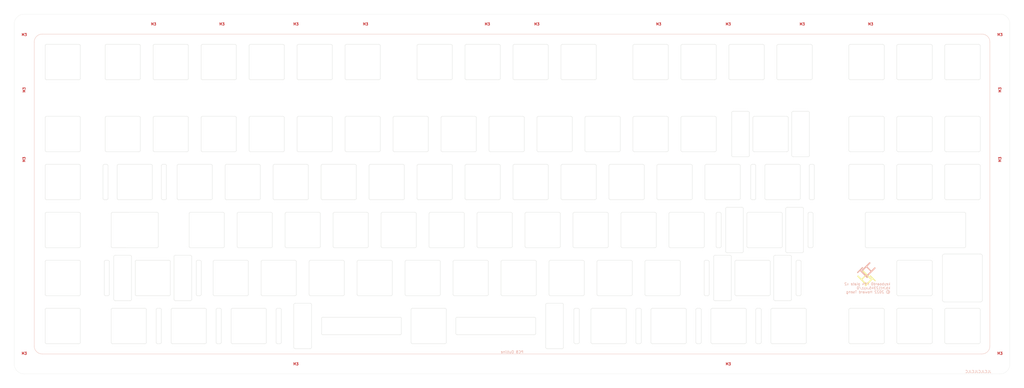
<source format=kicad_pcb>
(kicad_pcb (version 20211014) (generator pcbnew)
  (layers (0 "F.Cu" signal) (31 "B.Cu" signal) (34 "B.Paste" user) (35 "F.Paste" user) (36 "B.SilkS" user "B.Silkscreen") (37 "F.SilkS" user "F.Silkscreen") (38 "B.Mask" user) (39 "F.Mask" user) (44 "Edge.Cuts" user))
  (net 0 "")
  (footprint "custom-footprints:logo" (layer "F.Cu") (at 351.7503 170.644901)
    (fp_text reference "logo" hide)
    (fp_text value "G***" hide)
  )
  (footprint "MountingHole:MountingHole_3.2mm_M3" (layer "F.Cu") (at 17.335399 134.6322)
    (fp_text reference "M3" (at 0 -3.5 90) (layer "F.Cu") (effects (font (thickness 0.2)) (justify left)))
    (fp_text value "MountingHole_3.2mm_M3")
    (pad "" np_thru_hole circle locked (at 0 0) (size 3.2 3.2) (drill 3.2) (layers *.Cu *.Mask))
  )
  (footprint "MountingHole:MountingHole_3.2mm_M3" (layer "F.Cu") (at 17.398399 211.1242)
    (fp_text reference "M3" (at 0 -4.2) (layer "F.Cu") (effects (font (thickness 0.2))))
    (fp_text value "MountingHole_3.2mm_M3")
    (pad "" np_thru_hole circle locked (at 0 0) (size 3.2 3.2) (drill 3.2) (layers *.Cu *.Mask))
  )
  (footprint "MountingHole:MountingHole_3.2mm_M3" (layer "F.Cu") (at 120.579399 76.1952 -90)
    (fp_text reference "M3" (at 0 -3.5) (layer "F.Cu") (effects (font (thickness 0.2)) (justify left)))
    (fp_text value "MountingHole_3.2mm_M3")
    (pad "" np_thru_hole circle locked (at 0 0 270) (size 3.2 3.2) (drill 3.2) (layers *.Cu *.Mask))
  )
  (footprint "MountingHole:MountingHole_3.2mm_M3" (layer "F.Cu") (at 404.723999 211.1242)
    (fp_text reference "M3" (at 0 -4.2) (layer "F.Cu") (effects (font (thickness 0.2))))
    (fp_text value "MountingHole_3.2mm_M3")
    (pad "" np_thru_hole circle locked (at 0 0) (size 3.2 3.2) (drill 3.2) (layers *.Cu *.Mask))
  )
  (footprint "MountingHole:MountingHole_3.2mm_M3" (layer "F.Cu") (at 301.561199 211.1242 90)
    (fp_text reference "M3" (at 0 -3.5) (layer "F.Cu") (effects (font (thickness 0.2)) (justify right)))
    (fp_text value "MountingHole_3.2mm_M3")
    (pad "" np_thru_hole circle locked (at 0 0 90) (size 3.2 3.2) (drill 3.2) (layers *.Cu *.Mask))
  )
  (footprint "MountingHole:MountingHole_3.2mm_M3" (layer "F.Cu") (at 100.561199 76.1952 90)
    (fp_text reference "M3" (at 0 -3.5) (layer "F.Cu") (effects (font (thickness 0.2)) (justify right)))
    (fp_text value "MountingHole_3.2mm_M3")
    (pad "" np_thru_hole circle locked (at 0 0 90) (size 3.2 3.2) (drill 3.2) (layers *.Cu *.Mask))
  )
  (footprint "MountingHole:MountingHole_3.2mm_M3" (layer "F.Cu") (at 321.561199 76.1952 -90)
    (fp_text reference "M3" (at 0 -3.5) (layer "F.Cu") (effects (font (thickness 0.2)) (justify left)))
    (fp_text value "MountingHole_3.2mm_M3")
    (pad "" np_thru_hole circle locked (at 0 0 270) (size 3.2 3.2) (drill 3.2) (layers *.Cu *.Mask))
  )
  (footprint "MountingHole:MountingHole_3.2mm_M3" (layer "F.Cu") (at 264.561199 76.1952 -90)
    (fp_text reference "M3" (at 0 -3.5) (layer "F.Cu") (effects (font (thickness 0.2)) (justify left)))
    (fp_text value "MountingHole_3.2mm_M3")
    (pad "" np_thru_hole circle locked (at 0 0 270) (size 3.2 3.2) (drill 3.2) (layers *.Cu *.Mask))
  )
  (footprint "MountingHole:MountingHole_3.2mm_M3" (layer "F.Cu") (at 225.561199 76.1952 90)
    (fp_text reference "M3" (at 0 -3.5) (layer "F.Cu") (effects (font (thickness 0.2)) (justify right)))
    (fp_text value "MountingHole_3.2mm_M3")
    (pad "" np_thru_hole circle locked (at 0 0 90) (size 3.2 3.2) (drill 3.2) (layers *.Cu *.Mask))
  )
  (footprint "MountingHole:MountingHole_3.2mm_M3" (layer "F.Cu") (at 404.723999 134.6322)
    (fp_text reference "M3" (at 0 -3.5 90) (layer "F.Cu") (effects (font (thickness 0.2)) (justify left)))
    (fp_text value "MountingHole_3.2mm_M3")
    (pad "" np_thru_hole circle locked (at 0 0) (size 3.2 3.2) (drill 3.2) (layers *.Cu *.Mask))
  )
  (footprint "MountingHole:MountingHole_3.2mm_M3" (layer "F.Cu") (at 404.723999 97.6251 180)
    (fp_text reference "M3" (at 0 -3.5 90) (layer "F.Cu") (effects (font (thickness 0.2)) (justify right)))
    (fp_text value "MountingHole_3.2mm_M3")
    (pad "" np_thru_hole circle locked (at 0 0 180) (size 3.2 3.2) (drill 3.2) (layers *.Cu *.Mask))
  )
  (footprint "MountingHole:MountingHole_3.2mm_M3" (layer "F.Cu") (at 157.561199 76.1952 90)
    (fp_text reference "M3" (at 0 -3.5) (layer "F.Cu") (effects (font (thickness 0.2)) (justify right)))
    (fp_text value "MountingHole_3.2mm_M3")
    (pad "" np_thru_hole circle locked (at 0 0 90) (size 3.2 3.2) (drill 3.2) (layers *.Cu *.Mask))
  )
  (footprint "MountingHole:MountingHole_3.2mm_M3" (layer "F.Cu") (at 301.542999 76.1952 90)
    (fp_text reference "M3" (at 0 -3.5) (layer "F.Cu") (effects (font (thickness 0.2)) (justify right)))
    (fp_text value "MountingHole_3.2mm_M3")
    (pad "" np_thru_hole circle locked (at 0 0 90) (size 3.2 3.2) (drill 3.2) (layers *.Cu *.Mask))
  )
  (footprint "MountingHole:MountingHole_3.2mm_M3" (layer "F.Cu") (at 404.723999 76.1952 180)
    (fp_text reference "M3" (at 0 -4.2) (layer "F.Cu") (effects (font (thickness 0.2))))
    (fp_text value "MountingHole_3.2mm_M3")
    (pad "" np_thru_hole circle locked (at 0 0 180) (size 3.2 3.2) (drill 3.2) (layers *.Cu *.Mask))
  )
  (footprint "MountingHole:MountingHole_3.2mm_M3" (layer "F.Cu") (at 64.061199 76.1952 -90)
    (fp_text reference "M3" (at 0 -3.5) (layer "F.Cu") (effects (font (thickness 0.2)) (justify left)))
    (fp_text value "MountingHole_3.2mm_M3")
    (pad "" np_thru_hole circle locked (at 0 0 270) (size 3.2 3.2) (drill 3.2) (layers *.Cu *.Mask))
  )
  (footprint "MountingHole:MountingHole_3.2mm_M3" (layer "F.Cu") (at 17.366899 97.6322 180)
    (fp_text reference "M3" (at 0 -3.5 90) (layer "F.Cu") (effects (font (thickness 0.2)) (justify right)))
    (fp_text value "MountingHole_3.2mm_M3")
    (pad "" np_thru_hole circle locked (at 0 0 180) (size 3.2 3.2) (drill 3.2) (layers *.Cu *.Mask))
  )
  (footprint "MountingHole:MountingHole_3.2mm_M3" (layer "F.Cu") (at 358.061199 76.1952 90)
    (fp_text reference "M3" (at 0 -3.5) (layer "F.Cu") (effects (font (thickness 0.2)) (justify right)))
    (fp_text value "MountingHole_3.2mm_M3")
    (pad "" np_thru_hole circle locked (at 0 0 90) (size 3.2 3.2) (drill 3.2) (layers *.Cu *.Mask))
  )
  (footprint "MountingHole:MountingHole_3.2mm_M3" (layer "F.Cu") (at 196.561199 76.1952 -90)
    (fp_text reference "M3" (at 0 -3.5) (layer "F.Cu") (effects (font (thickness 0.2)) (justify left)))
    (fp_text value "MountingHole_3.2mm_M3")
    (pad "" np_thru_hole circle locked (at 0 0 270) (size 3.2 3.2) (drill 3.2) (layers *.Cu *.Mask))
  )
  (footprint "MountingHole:MountingHole_3.2mm_M3" (layer "F.Cu") (at 120.561199 211.1242 -90)
    (fp_text reference "M3" (at 0 -3.5) (layer "F.Cu") (effects (font (thickness 0.2)) (justify left)))
    (fp_text value "MountingHole_3.2mm_M3")
    (pad "" np_thru_hole circle locked (at 0 0 270) (size 3.2 3.2) (drill 3.2) (layers *.Cu *.Mask))
  )
  (footprint "MountingHole:MountingHole_3.2mm_M3" (layer "F.Cu") (at 17.398399 76.1952 180)
    (fp_text reference "M3" (at 0 -4.2) (layer "F.Cu") (effects (font (thickness 0.2))))
    (fp_text value "MountingHole_3.2mm_M3")
    (pad "" np_thru_hole circle locked (at 0 0 180) (size 3.2 3.2) (drill 3.2) (layers *.Cu *.Mask))
  )
  (footprint "custom-footprints:logo" (layer "B.Cu") (at 351.684154 173.906137 180)
    (fp_text reference "logo" hide)
    (fp_text value "G***" hide)
  )
  (gr_line (start 397.580699 207.155699) (end 24.541699 207.1557) (layer "B.SilkS") (width 0.12))
  (gr_arc (start 24.541699 207.1557) (mid 22.296776 206.225823) (end 21.366899 203.9809) (layer "B.SilkS") (width 0.12))
  (gr_arc (start 397.580698 80.1637) (mid 399.825621 81.093577) (end 400.755498 83.3385) (layer "B.SilkS") (width 0.12))
  (gr_line (start 400.755498 203.9809) (end 400.755498 83.3385) (layer "B.SilkS") (width 0.12))
  (gr_line (start 397.580698 80.1637) (end 24.541699 80.1637) (layer "B.SilkS") (width 0.12))
  (gr_line (start 21.366899 83.3385) (end 21.366899 203.9809) (layer "B.SilkS") (width 0.12))
  (gr_arc (start 21.366899 83.3385) (mid 22.296776 81.093577) (end 24.541699 80.1637) (layer "B.SilkS") (width 0.12))
  (gr_arc (start 400.755499 203.980899) (mid 399.825622 206.225822) (end 397.580699 207.155699) (layer "B.SilkS") (width 0.12))
  (gr_line (start 167.0947 193.030451) (end 167.0947 199.030451) (layer "Edge.Cuts") (width 0.1))
  (gr_line (start 135.927 192.530451) (end 166.5947 192.530451) (layer "Edge.Cuts") (width 0.1))
  (gr_line (start 135.427 199.030451) (end 135.427 193.030451) (layer "Edge.Cuts") (width 0.1))
  (gr_line (start 135.927 199.530451) (end 166.5947 199.530451) (layer "Edge.Cuts") (width 0.1))
  (gr_arc (start 135.927 199.530451) (mid 135.573447 199.384004) (end 135.427 199.030451) (layer "Edge.Cuts") (width 0.1))
  (gr_arc (start 135.427 193.030451) (mid 135.573447 192.676898) (end 135.927 192.530451) (layer "Edge.Cuts") (width 0.1))
  (gr_arc (start 166.5947 192.530451) (mid 166.948253 192.676898) (end 167.0947 193.030451) (layer "Edge.Cuts") (width 0.1))
  (gr_arc (start 167.0947 199.030451) (mid 166.948253 199.384004) (end 166.5947 199.530451) (layer "Edge.Cuts") (width 0.1))
  (gr_arc (start 52.37725 164.952901) (mid 52.023697 164.806454) (end 51.87725 164.452901) (layer "Edge.Cuts") (width 0.1))
  (gr_line (start 52.37725 164.952901) (end 70.13975 164.950501) (layer "Edge.Cuts") (width 0.1))
  (gr_line (start 52.37725 150.952901) (end 70.13975 150.950501) (layer "Edge.Cuts") (width 0.1))
  (gr_line (start 51.87725 151.452901) (end 51.87725 164.452901) (layer "Edge.Cuts") (width 0.1))
  (gr_arc (start 51.87725 151.452901) (mid 52.023697 151.099348) (end 52.37725 150.952901) (layer "Edge.Cuts") (width 0.1))
  (gr_line (start 219.933 192.556151) (end 189.2653 192.556151) (layer "Edge.Cuts") (width 0.1))
  (gr_arc (start 219.933 192.556151) (mid 220.286553 192.702598) (end 220.433 193.056151) (layer "Edge.Cuts") (width 0.1))
  (gr_line (start 188.7653 199.056151) (end 188.7653 193.056151) (layer "Edge.Cuts") (width 0.1))
  (gr_arc (start 188.7653 193.056151) (mid 188.911747 192.702598) (end 189.2653 192.556151) (layer "Edge.Cuts") (width 0.1))
  (gr_arc (start 220.433 199.056151) (mid 220.286553 199.409704) (end 219.933 199.556151) (layer "Edge.Cuts") (width 0.1))
  (gr_arc (start 189.2653 199.556151) (mid 188.911747 199.409704) (end 188.7653 199.056151) (layer "Edge.Cuts") (width 0.1))
  (gr_line (start 220.433 193.056151) (end 220.433 199.056151) (layer "Edge.Cuts") (width 0.1))
  (gr_line (start 219.933 199.556151) (end 189.2653 199.556151) (layer "Edge.Cuts") (width 0.1))
  (gr_line (start 344.771 132.399301) (end 344.771 145.399301) (layer "Edge.Cuts") (width 0.1))
  (gr_line (start 345.271 131.899301) (end 358.271 131.899301) (layer "Edge.Cuts") (width 0.1))
  (gr_line (start 363.821 132.399301) (end 363.821 145.399301) (layer "Edge.Cuts") (width 0.1))
  (gr_line (start 396.871 132.399301) (end 396.871 145.399301) (layer "Edge.Cuts") (width 0.1))
  (gr_arc (start 377.321 131.899301) (mid 377.674553 132.045748) (end 377.821 132.399301) (layer "Edge.Cuts") (width 0.1))
  (gr_arc (start 377.821 145.399301) (mid 377.674553 145.752854) (end 377.321 145.899301) (layer "Edge.Cuts") (width 0.1))
  (gr_arc (start 358.271 131.899301) (mid 358.624553 132.045748) (end 358.771 132.399301) (layer "Edge.Cuts") (width 0.1))
  (gr_arc (start 396.871 145.399301) (mid 396.724553 145.752854) (end 396.371 145.899301) (layer "Edge.Cuts") (width 0.1))
  (gr_line (start 382.871 132.399301) (end 382.871 145.399301) (layer "Edge.Cuts") (width 0.1))
  (gr_line (start 383.371 131.899301) (end 396.371 131.899301) (layer "Edge.Cuts") (width 0.1))
  (gr_line (start 358.771 132.399301) (end 358.771 145.399301) (layer "Edge.Cuts") (width 0.1))
  (gr_line (start 345.271 145.899301) (end 358.271 145.899301) (layer "Edge.Cuts") (width 0.1))
  (gr_arc (start 396.371 131.899301) (mid 396.724553 132.045748) (end 396.871 132.399301) (layer "Edge.Cuts") (width 0.1))
  (gr_line (start 377.821 132.399301) (end 377.821 145.399301) (layer "Edge.Cuts") (width 0.1))
  (gr_arc (start 382.871 132.399301) (mid 383.017447 132.045748) (end 383.371 131.899301) (layer "Edge.Cuts") (width 0.1))
  (gr_line (start 364.321 131.899301) (end 377.321 131.899301) (layer "Edge.Cuts") (width 0.1))
  (gr_arc (start 363.821 132.399301) (mid 363.967447 132.045748) (end 364.321 131.899301) (layer "Edge.Cuts") (width 0.1))
  (gr_arc (start 364.321 145.899301) (mid 363.967447 145.752854) (end 363.821 145.399301) (layer "Edge.Cuts") (width 0.1))
  (gr_line (start 364.321 145.899301) (end 377.321 145.899301) (layer "Edge.Cuts") (width 0.1))
  (gr_line (start 383.371 145.899301) (end 396.371 145.899301) (layer "Edge.Cuts") (width 0.1))
  (gr_arc (start 358.771 145.399301) (mid 358.624553 145.752854) (end 358.271 145.899301) (layer "Edge.Cuts") (width 0.1))
  (gr_arc (start 345.271 145.899301) (mid 344.917447 145.752854) (end 344.771 145.399301) (layer "Edge.Cuts") (width 0.1))
  (gr_arc (start 383.371 145.899301) (mid 383.017447 145.752854) (end 382.871 145.399301) (layer "Edge.Cuts") (width 0.1))
  (gr_arc (start 344.771 132.399301) (mid 344.917447 132.045748) (end 345.271 131.899301) (layer "Edge.Cuts") (width 0.1))
  (gr_line (start 363.821 84.777301) (end 363.821 97.777301) (layer "Edge.Cuts") (width 0.1))
  (gr_arc (start 377.321 84.277301) (mid 377.674553 84.423748) (end 377.821 84.777301) (layer "Edge.Cuts") (width 0.1))
  (gr_arc (start 377.821 97.777301) (mid 377.674553 98.130854) (end 377.321 98.277301) (layer "Edge.Cuts") (width 0.1))
  (gr_line (start 377.821 84.777301) (end 377.821 97.777301) (layer "Edge.Cuts") (width 0.1))
  (gr_line (start 364.321 84.277301) (end 377.321 84.277301) (layer "Edge.Cuts") (width 0.1))
  (gr_arc (start 363.821 84.777301) (mid 363.967447 84.423748) (end 364.321 84.277301) (layer "Edge.Cuts") (width 0.1))
  (gr_arc (start 364.321 98.277301) (mid 363.967447 98.130854) (end 363.821 97.777301) (layer "Edge.Cuts") (width 0.1))
  (gr_line (start 364.321 98.277301) (end 377.321 98.277301) (layer "Edge.Cuts") (width 0.1))
  (gr_arc (start 304.733 110.845701) (mid 305.086553 110.992148) (end 305.233 111.345701) (layer "Edge.Cuts") (width 0.1))
  (gr_arc (start 298.233 111.345701) (mid 298.379447 110.992148) (end 298.733 110.845701) (layer "Edge.Cuts") (width 0.1))
  (gr_line (start 298.233 128.350501) (end 298.233 111.345701) (layer "Edge.Cuts") (width 0.1))
  (gr_line (start 305.233 128.350501) (end 305.233 111.345701) (layer "Edge.Cuts") (width 0.1))
  (gr_line (start 298.733 110.845701) (end 304.733 110.845701) (layer "Edge.Cuts") (width 0.1))
  (gr_arc (start 328.609 110.845701) (mid 328.962553 110.992148) (end 329.109 111.345701) (layer "Edge.Cuts") (width 0.1))
  (gr_arc (start 322.109 111.345701) (mid 322.255447 110.992148) (end 322.609 110.845701) (layer "Edge.Cuts") (width 0.1))
  (gr_line (start 322.609 110.845701) (end 328.609 110.845701) (layer "Edge.Cuts") (width 0.1))
  (gr_line (start 61.9177 183.996901) (end 74.9177 183.996901) (layer "Edge.Cuts") (width 0.1))
  (gr_arc (start 61.4177 170.496901) (mid 61.564147 170.143348) (end 61.9177 169.996901) (layer "Edge.Cuts") (width 0.1))
  (gr_line (start 61.4177 170.496901) (end 61.4177 183.496901) (layer "Edge.Cuts") (width 0.1))
  (gr_arc (start 61.9177 183.996901) (mid 61.564147 183.850454) (end 61.4177 183.496901) (layer "Edge.Cuts") (width 0.1))
  (gr_arc (start 75.4177 183.496901) (mid 75.271253 183.850454) (end 74.9177 183.996901) (layer "Edge.Cuts") (width 0.1))
  (gr_arc (start 74.9177 169.996901) (mid 75.271253 170.143348) (end 75.4177 170.496901) (layer "Edge.Cuts") (width 0.1))
  (gr_line (start 75.4177 170.496901) (end 75.4177 183.496901) (layer "Edge.Cuts") (width 0.1))
  (gr_line (start 61.9177 169.996901) (end 74.9177 169.996901) (layer "Edge.Cuts") (width 0.1))
  (gr_line (start 130.93975 187.036101) (end 124.93975 187.036101) (layer "Edge.Cuts") (width 0.1))
  (gr_arc (start 130.93975 187.036101) (mid 131.293303 187.182548) (end 131.43975 187.536101) (layer "Edge.Cuts") (width 0.1))
  (gr_arc (start 124.43975 187.536101) (mid 124.586197 187.182548) (end 124.93975 187.036101) (layer "Edge.Cuts") (width 0.1))
  (gr_line (start 230.93975 187.036101) (end 224.93975 187.036101) (layer "Edge.Cuts") (width 0.1))
  (gr_arc (start 230.93975 187.036101) (mid 231.293303 187.182548) (end 231.43975 187.536101) (layer "Edge.Cuts") (width 0.1))
  (gr_arc (start 224.43975 187.536101) (mid 224.586197 187.182548) (end 224.93975 187.036101) (layer "Edge.Cuts") (width 0.1))
  (gr_arc (start 69.73565 189.542702) (mid 69.882097 189.189149) (end 70.23565 189.042702) (layer "Edge.Cuts") (width 0.1))
  (gr_line (start 71.83015 202.542701) (end 71.83015 189.542702) (layer "Edge.Cuts") (width 0.1))
  (gr_line (start 70.23565 189.042702) (end 71.33015 189.042702) (layer "Edge.Cuts") (width 0.1))
  (gr_arc (start 70.23565 203.042701) (mid 69.882097 202.896254) (end 69.73565 202.542701) (layer "Edge.Cuts") (width 0.1))
  (gr_line (start 70.23565 203.042701) (end 71.33015 203.042701) (layer "Edge.Cuts") (width 0.1))
  (gr_arc (start 71.83015 202.542701) (mid 71.683703 202.896254) (end 71.33015 203.042701) (layer "Edge.Cuts") (width 0.1))
  (gr_line (start 69.73565 202.542701) (end 69.73565 189.542702) (layer "Edge.Cuts") (width 0.1))
  (gr_arc (start 71.33015 189.042702) (mid 71.683703 189.189149) (end 71.83015 189.542702) (layer "Edge.Cuts") (width 0.1))
  (gr_line (start 93.54665 202.542701) (end 93.54665 189.542702) (layer "Edge.Cuts") (width 0.1))
  (gr_arc (start 93.54665 189.542702) (mid 93.693097 189.189149) (end 94.04665 189.042702) (layer "Edge.Cuts") (width 0.1))
  (gr_arc (start 95.14115 189.042702) (mid 95.494703 189.189149) (end 95.64115 189.542702) (layer "Edge.Cuts") (width 0.1))
  (gr_arc (start 94.04665 203.042701) (mid 93.693097 202.896254) (end 93.54665 202.542701) (layer "Edge.Cuts") (width 0.1))
  (gr_line (start 94.04665 203.042701) (end 95.14115 203.042701) (layer "Edge.Cuts") (width 0.1))
  (gr_line (start 95.64115 202.542701) (end 95.64115 189.542702) (layer "Edge.Cuts") (width 0.1))
  (gr_line (start 94.04665 189.042702) (end 95.14115 189.042702) (layer "Edge.Cuts") (width 0.1))
  (gr_arc (start 95.64115 202.542701) (mid 95.494703 202.896254) (end 95.14115 203.042701) (layer "Edge.Cuts") (width 0.1))
  (gr_arc (start 117.35765 189.542702) (mid 117.504097 189.189149) (end 117.85765 189.042702) (layer "Edge.Cuts") (width 0.1))
  (gr_arc (start 118.95215 189.042702) (mid 119.305703 189.189149) (end 119.45215 189.542702) (layer "Edge.Cuts") (width 0.1))
  (gr_arc (start 117.85765 203.042701) (mid 117.504097 202.896254) (end 117.35765 202.542701) (layer "Edge.Cuts") (width 0.1))
  (gr_line (start 119.45215 202.542701) (end 119.45215 189.542702) (layer "Edge.Cuts") (width 0.1))
  (gr_line (start 117.85765 203.042701) (end 118.95215 203.042701) (layer "Edge.Cuts") (width 0.1))
  (gr_line (start 117.85765 189.042702) (end 118.95215 189.042702) (layer "Edge.Cuts") (width 0.1))
  (gr_line (start 117.35765 202.542701) (end 117.35765 189.542702) (layer "Edge.Cuts") (width 0.1))
  (gr_arc (start 119.45215 202.542701) (mid 119.305703 202.896254) (end 118.95215 203.042701) (layer "Edge.Cuts") (width 0.1))
  (gr_arc (start 309.94015 202.542701) (mid 309.793703 202.896254) (end 309.44015 203.042701) (layer "Edge.Cuts") (width 0.1))
  (gr_arc (start 307.84565 189.542702) (mid 307.992097 189.189149) (end 308.34565 189.042702) (layer "Edge.Cuts") (width 0.1))
  (gr_line (start 309.94015 202.542701) (end 309.94015 189.542702) (layer "Edge.Cuts") (width 0.1))
  (gr_line (start 308.34565 203.042701) (end 309.44015 203.042701) (layer "Edge.Cuts") (width 0.1))
  (gr_arc (start 309.44015 189.042702) (mid 309.793703 189.189149) (end 309.94015 189.542702) (layer "Edge.Cuts") (width 0.1))
  (gr_line (start 307.84565 202.542701) (end 307.84565 189.542702) (layer "Edge.Cuts") (width 0.1))
  (gr_arc (start 308.34565 203.042701) (mid 307.992097 202.896254) (end 307.84565 202.542701) (layer "Edge.Cuts") (width 0.1))
  (gr_line (start 308.34565 189.042702) (end 309.44015 189.042702) (layer "Edge.Cuts") (width 0.1))
  (gr_line (start 284.53465 189.042702) (end 285.62915 189.042702) (layer "Edge.Cuts") (width 0.1))
  (gr_line (start 284.03465 202.542701) (end 284.03465 189.542702) (layer "Edge.Cuts") (width 0.1))
  (gr_arc (start 284.53465 203.042701) (mid 284.181097 202.896254) (end 284.03465 202.542701) (layer "Edge.Cuts") (width 0.1))
  (gr_arc (start 284.03465 189.542702) (mid 284.181097 189.189149) (end 284.53465 189.042702) (layer "Edge.Cuts") (width 0.1))
  (gr_arc (start 286.12915 202.542701) (mid 285.982703 202.896254) (end 285.62915 203.042701) (layer "Edge.Cuts") (width 0.1))
  (gr_line (start 284.53465 203.042701) (end 285.62915 203.042701) (layer "Edge.Cuts") (width 0.1))
  (gr_arc (start 285.62915 189.042702) (mid 285.982703 189.189149) (end 286.12915 189.542702) (layer "Edge.Cuts") (width 0.1))
  (gr_line (start 286.12915 202.542701) (end 286.12915 189.542702) (layer "Edge.Cuts") (width 0.1))
  (gr_arc (start 260.22365 189.542702) (mid 260.370097 189.189149) (end 260.72365 189.042702) (layer "Edge.Cuts") (width 0.1))
  (gr_line (start 260.22365 202.542701) (end 260.22365 189.542702) (layer "Edge.Cuts") (width 0.1))
  (gr_line (start 262.31815 202.542701) (end 262.31815 189.542702) (layer "Edge.Cuts") (width 0.1))
  (gr_arc (start 261.81815 189.042702) (mid 262.171703 189.189149) (end 262.31815 189.542702) (layer "Edge.Cuts") (width 0.1))
  (gr_line (start 260.72365 189.042702) (end 261.81815 189.042702) (layer "Edge.Cuts") (width 0.1))
  (gr_arc (start 260.72365 203.042701) (mid 260.370097 202.896254) (end 260.22365 202.542701) (layer "Edge.Cuts") (width 0.1))
  (gr_arc (start 262.31815 202.542701) (mid 262.171703 202.896254) (end 261.81815 203.042701) (layer "Edge.Cuts") (width 0.1))
  (gr_line (start 260.72365 203.042701) (end 261.81815 203.042701) (layer "Edge.Cuts") (width 0.1))
  (gr_arc (start 82.0448 84.275501) (mid 82.398353 84.421948) (end 82.5448 84.775501) (layer "Edge.Cuts") (width 0.1))
  (gr_line (start 68.5448 84.775501) (end 68.5448 97.7755) (layer "Edge.Cuts") (width 0.1))
  (gr_line (start 82.5448 84.775501) (end 82.5448 97.7755) (layer "Edge.Cuts") (width 0.1))
  (gr_arc (start 68.5448 84.775501) (mid 68.691247 84.421948) (end 69.0448 84.275501) (layer "Edge.Cuts") (width 0.1))
  (gr_line (start 69.0448 84.275501) (end 82.0448 84.275501) (layer "Edge.Cuts") (width 0.1))
  (gr_line (start 69.0448 98.2755) (end 82.0448 98.2755) (layer "Edge.Cuts") (width 0.1))
  (gr_arc (start 82.5448 97.7755) (mid 82.398353 98.129053) (end 82.0448 98.2755) (layer "Edge.Cuts") (width 0.1))
  (gr_arc (start 69.0448 98.2755) (mid 68.691247 98.129053) (end 68.5448 97.7755) (layer "Edge.Cuts") (width 0.1))
  (gr_line (start 77.3557 167.992101) (end 83.3557 167.992101) (layer "Edge.Cuts") (width 0.1))
  (gr_line (start 53.4797 185.996901) (end 59.4797 185.996901) (layer "Edge.Cuts") (width 0.1))
  (gr_line (start 77.3557 185.996901) (end 83.3557 185.996901) (layer "Edge.Cuts") (width 0.1))
  (gr_arc (start 83.3557 167.992101) (mid 83.709253 168.138548) (end 83.8557 168.492101) (layer "Edge.Cuts") (width 0.1))
  (gr_line (start 59.9797 185.496901) (end 59.9797 168.492101) (layer "Edge.Cuts") (width 0.1))
  (gr_arc (start 59.9797 185.496901) (mid 59.833253 185.850454) (end 59.4797 185.996901) (layer "Edge.Cuts") (width 0.1))
  (gr_arc (start 53.4797 185.996901) (mid 53.126147 185.850454) (end 52.9797 185.496901) (layer "Edge.Cuts") (width 0.1))
  (gr_arc (start 77.3557 185.996901) (mid 77.002147 185.850454) (end 76.8557 185.496901) (layer "Edge.Cuts") (width 0.1))
  (gr_line (start 52.9797 185.496901) (end 52.9797 168.492101) (layer "Edge.Cuts") (width 0.1))
  (gr_arc (start 76.8557 168.492101) (mid 77.002147 168.138548) (end 77.3557 167.992101) (layer "Edge.Cuts") (width 0.1))
  (gr_arc (start 83.8557 185.496901) (mid 83.709253 185.850454) (end 83.3557 185.996901) (layer "Edge.Cuts") (width 0.1))
  (gr_line (start 76.8557 168.492101) (end 76.8557 185.496901) (layer "Edge.Cuts") (width 0.1))
  (gr_line (start 83.8557 168.492101) (end 83.8557 185.496901) (layer "Edge.Cuts") (width 0.1))
  (gr_arc (start 59.4797 167.992101) (mid 59.833253 168.138548) (end 59.9797 168.492101) (layer "Edge.Cuts") (width 0.1))
  (gr_line (start 53.4797 167.992101) (end 59.4797 167.992101) (layer "Edge.Cuts") (width 0.1))
  (gr_arc (start 52.9797 168.492101) (mid 53.126147 168.138548) (end 53.4797 167.992101) (layer "Edge.Cuts") (width 0.1))
  (gr_line (start 130.93975 205.050501) (end 124.93975 205.050501) (layer "Edge.Cuts") (width 0.1))
  (gr_arc (start 131.43975 204.550501) (mid 131.293303 204.904054) (end 130.93975 205.050501) (layer "Edge.Cuts") (width 0.1))
  (gr_arc (start 124.93975 205.050501) (mid 124.586197 204.904054) (end 124.43975 204.550501) (layer "Edge.Cuts") (width 0.1))
  (gr_arc (start 231.43975 204.550501) (mid 231.293303 204.904054) (end 230.93975 205.050501) (layer "Edge.Cuts") (width 0.1))
  (gr_arc (start 224.93975 205.050501) (mid 224.586197 204.904054) (end 224.43975 204.550501) (layer "Edge.Cuts") (width 0.1))
  (gr_line (start 230.93975 205.050501) (end 224.93975 205.050501) (layer "Edge.Cuts") (width 0.1))
  (gr_line (start 304.7899 164.948101) (end 317.7899 164.948101) (layer "Edge.Cuts") (width 0.1))
  (gr_arc (start 317.7899 150.948101) (mid 318.143453 151.094548) (end 318.2899 151.448101) (layer "Edge.Cuts") (width 0.1))
  (gr_line (start 304.7899 150.948101) (end 317.7899 150.948101) (layer "Edge.Cuts") (width 0.1))
  (gr_arc (start 302.8519 166.448101) (mid 302.705453 166.801654) (end 302.3519 166.948101) (layer "Edge.Cuts") (width 0.1))
  (gr_line (start 296.3519 166.948101) (end 302.3519 166.948101) (layer "Edge.Cuts") (width 0.1))
  (gr_arc (start 320.2279 166.948101) (mid 319.874347 166.801654) (end 319.7279 166.448101) (layer "Edge.Cuts") (width 0.1))
  (gr_line (start 319.7279 149.443301) (end 319.7279 166.448101) (layer "Edge.Cuts") (width 0.1))
  (gr_line (start 326.7279 149.443301) (end 326.7279 166.448101) (layer "Edge.Cuts") (width 0.1))
  (gr_line (start 320.2279 166.948101) (end 326.2279 166.948101) (layer "Edge.Cuts") (width 0.1))
  (gr_arc (start 318.2899 164.448101) (mid 318.143453 164.801654) (end 317.7899 164.948101) (layer "Edge.Cuts") (width 0.1))
  (gr_arc (start 304.2899 151.448101) (mid 304.436347 151.094548) (end 304.7899 150.948101) (layer "Edge.Cuts") (width 0.1))
  (gr_arc (start 326.7279 166.448101) (mid 326.581453 166.801654) (end 326.2279 166.948101) (layer "Edge.Cuts") (width 0.1))
  (gr_line (start 318.2899 151.448101) (end 318.2899 164.448101) (layer "Edge.Cuts") (width 0.1))
  (gr_arc (start 296.3519 166.948101) (mid 295.998347 166.801654) (end 295.8519 166.448101) (layer "Edge.Cuts") (width 0.1))
  (gr_line (start 304.2899 151.448101) (end 304.2899 164.448101) (layer "Edge.Cuts") (width 0.1))
  (gr_arc (start 304.7899 164.948101) (mid 304.436347 164.801654) (end 304.2899 164.448101) (layer "Edge.Cuts") (width 0.1))
  (gr_arc (start 319.7279 149.443301) (mid 319.874347 149.089748) (end 320.2279 148.943301) (layer "Edge.Cuts") (width 0.1))
  (gr_line (start 302.8519 166.448101) (end 302.8519 149.443301) (layer "Edge.Cuts") (width 0.1))
  (gr_arc (start 295.8519 149.443301) (mid 295.998347 149.089748) (end 296.3519 148.943301) (layer "Edge.Cuts") (width 0.1))
  (gr_arc (start 326.2279 148.943301) (mid 326.581453 149.089748) (end 326.7279 149.443301) (layer "Edge.Cuts") (width 0.1))
  (gr_line (start 295.8519 166.448101) (end 295.8519 149.443301) (layer "Edge.Cuts") (width 0.1))
  (gr_line (start 320.2279 148.943301) (end 326.2279 148.943301) (layer "Edge.Cuts") (width 0.1))
  (gr_arc (start 302.3519 148.943301) (mid 302.705453 149.089748) (end 302.8519 149.443301) (layer "Edge.Cuts") (width 0.1))
  (gr_line (start 296.3519 148.943301) (end 302.3519 148.943301) (layer "Edge.Cuts") (width 0.1))
  (gr_arc (start 299.5277 170.496901) (mid 299.674147 170.143348) (end 300.0277 169.996901) (layer "Edge.Cuts") (width 0.1))
  (gr_line (start 315.4657 167.992101) (end 321.4657 167.992101) (layer "Edge.Cuts") (width 0.1))
  (gr_arc (start 297.5897 167.992101) (mid 297.943253 168.138548) (end 298.0897 168.492101) (layer "Edge.Cuts") (width 0.1))
  (gr_arc (start 298.0897 185.496901) (mid 297.943253 185.850454) (end 297.5897 185.996901) (layer "Edge.Cuts") (width 0.1))
  (gr_arc (start 315.4657 185.996901) (mid 315.112147 185.850454) (end 314.9657 185.496901) (layer "Edge.Cuts") (width 0.1))
  (gr_line (start 315.4657 185.996901) (end 321.4657 185.996901) (layer "Edge.Cuts") (width 0.1))
  (gr_line (start 313.5277 170.496901) (end 313.5277 183.496901) (layer "Edge.Cuts") (width 0.1))
  (gr_arc (start 314.9657 168.492101) (mid 315.112147 168.138548) (end 315.4657 167.992101) (layer "Edge.Cuts") (width 0.1))
  (gr_arc (start 291.0897 168.492101) (mid 291.236147 168.138548) (end 291.5897 167.992101) (layer "Edge.Cuts") (width 0.1))
  (gr_line (start 291.0897 185.496901) (end 291.0897 168.492101) (layer "Edge.Cuts") (width 0.1))
  (gr_line (start 291.5897 167.992101) (end 297.5897 167.992101) (layer "Edge.Cuts") (width 0.1))
  (gr_line (start 300.0277 169.996901) (end 313.0277 169.996901) (layer "Edge.Cuts") (width 0.1))
  (gr_arc (start 291.5897 185.996901) (mid 291.236147 185.850454) (end 291.0897 185.496901) (layer "Edge.Cuts") (width 0.1))
  (gr_line (start 314.9657 168.492101) (end 314.9657 185.496901) (layer "Edge.Cuts") (width 0.1))
  (gr_line (start 299.5277 170.496901) (end 299.5277 183.496901) (layer "Edge.Cuts") (width 0.1))
  (gr_arc (start 300.0277 183.996901) (mid 299.674147 183.850454) (end 299.5277 183.496901) (layer "Edge.Cuts") (width 0.1))
  (gr_arc (start 313.5277 183.496901) (mid 313.381253 183.850454) (end 313.0277 183.996901) (layer "Edge.Cuts") (width 0.1))
  (gr_line (start 291.5897 185.996901) (end 297.5897 185.996901) (layer "Edge.Cuts") (width 0.1))
  (gr_line (start 298.0897 185.496901) (end 298.0897 168.492101) (layer "Edge.Cuts") (width 0.1))
  (gr_line (start 321.9657 168.492101) (end 321.9657 185.496901) (layer "Edge.Cuts") (width 0.1))
  (gr_line (start 300.0277 183.996901) (end 313.0277 183.996901) (layer "Edge.Cuts") (width 0.1))
  (gr_arc (start 321.9657 185.496901) (mid 321.819253 185.850454) (end 321.4657 185.996901) (layer "Edge.Cuts") (width 0.1))
  (gr_arc (start 313.0277 169.996901) (mid 313.381253 170.143348) (end 313.5277 170.496901) (layer "Edge.Cuts") (width 0.1))
  (gr_arc (start 321.4657 167.992101) (mid 321.819253 168.138548) (end 321.9657 168.492101) (layer "Edge.Cuts") (width 0.1))
  (gr_arc (start 263.021 131.900501) (mid 263.374553 132.046948) (end 263.521 132.400501) (layer "Edge.Cuts") (width 0.1))
  (gr_arc (start 120.646 97.7755) (mid 120.499553 98.129053) (end 120.146 98.2755) (layer "Edge.Cuts") (width 0.1))
  (gr_arc (start 173.321 84.775501) (mid 173.467447 84.421948) (end 173.821 84.275501) (layer "Edge.Cuts") (width 0.1))
  (gr_arc (start 101.596 126.350501) (mid 101.449553 126.704054) (end 101.096 126.850501) (layer "Edge.Cuts") (width 0.1))
  (gr_arc (start 377.321 189.050501) (mid 377.674553 189.196948) (end 377.821 189.550501) (layer "Edge.Cuts") (width 0.1))
  (gr_line (start 26.1835 170.000501) (end 39.183499 170.000501) (layer "Edge.Cuts") (width 0.1))
  (gr_arc (start 173.821 145.900501) (mid 173.467447 145.754054) (end 173.321 145.400501) (layer "Edge.Cuts") (width 0.1))
  (gr_arc (start 220.1585 170.000501) (mid 220.512053 170.146948) (end 220.6585 170.500501) (layer "Edge.Cuts") (width 0.1))
  (gr_line (start 111.4085 170.500501) (end 111.4085 183.500501) (layer "Edge.Cuts") (width 0.1))
  (gr_line (start 164.296 112.850501) (end 177.296 112.850501) (layer "Edge.Cuts") (width 0.1))
  (gr_line (start 306.671 113.350501) (end 306.671 126.350501) (layer "Edge.Cuts") (width 0.1))
  (gr_arc (start 244.7585 170.500501) (mid 244.904947 170.146948) (end 245.2585 170.000501) (layer "Edge.Cuts") (width 0.1))
  (gr_arc (start 121.4335 164.950501) (mid 121.079947 164.804054) (end 120.9335 164.450501) (layer "Edge.Cuts") (width 0.1))
  (gr_line (start 404.723999 72.2267) (end 17.398399 72.2267) (layer "Edge.Cuts") (width 0.05))
  (gr_line (start 169.0585 170.000501) (end 182.0585 170.000501) (layer "Edge.Cuts") (width 0.1))
  (gr_arc (start 135.721 145.900501) (mid 135.367447 145.754054) (end 135.221 145.400501) (layer "Edge.Cuts") (width 0.1))
  (gr_line (start 236.11655 189.042702) (end 237.21105 189.042702) (layer "Edge.Cuts") (width 0.1))
  (gr_arc (start 316.696 98.2755) (mid 316.342447 98.129053) (end 316.196 97.7755) (layer "Edge.Cuts") (width 0.1))
  (gr_arc (start 48.6585 132.400501) (mid 48.804947 132.046948) (end 49.1585 131.900501) (layer "Edge.Cuts") (width 0.1))
  (gr_arc (start 264.3085 184.000501) (mid 263.954947 183.854054) (end 263.8085 183.500501) (layer "Edge.Cuts") (width 0.1))
  (gr_line (start 88.096 84.275501) (end 101.096 84.275501) (layer "Edge.Cuts") (width 0.1))
  (gr_line (start 192.871 145.900501) (end 205.871 145.900501) (layer "Edge.Cuts") (width 0.1))
  (gr_arc (start 39.183499 150.950501) (mid 39.537052 151.096948) (end 39.683499 151.450501) (layer "Edge.Cuts") (width 0.1))
  (gr_arc (start 192.371 132.400501) (mid 192.517447 132.046948) (end 192.871 131.900501) (layer "Edge.Cuts") (width 0.1))
  (gr_arc (start 259.046 84.775501) (mid 259.192447 84.421948) (end 259.546 84.275501) (layer "Edge.Cuts") (width 0.1))
  (gr_arc (start 253.496 112.850501) (mid 253.849553 112.996948) (end 253.996 113.350501) (layer "Edge.Cuts") (width 0.1))
  (gr_arc (start 234.946 126.350501) (mid 234.799553 126.704054) (end 234.446 126.850501) (layer "Edge.Cuts") (width 0.1))
  (gr_line (start 244.471 84.775501) (end 244.471 97.7755) (layer "Edge.Cuts") (width 0.1))
  (gr_line (start 397.7849 185.725201) (end 397.7849 168.263801) (layer "Edge.Cuts") (width 0.1))
  (gr_line (start 320.671 113.350501) (end 320.671 126.350501) (layer "Edge.Cuts") (width 0.1))
  (gr_arc (start 168.5585 170.500501) (mid 168.704947 170.146948) (end 169.0585 170.000501) (layer "Edge.Cuts") (width 0.1))
  (gr_arc (start 26.1835 203.050501) (mid 25.829947 202.904054) (end 25.6835 202.550501) (layer "Edge.Cuts") (width 0.1))
  (gr_line (start 197.6335 164.950501) (end 210.6335 164.950501) (layer "Edge.Cuts") (width 0.1))
  (gr_line (start 259.046 113.350501) (end 259.046 126.350501) (layer "Edge.Cuts") (width 0.1))
  (gr_line (start 329.5335 131.900501) (end 330.5335 131.900501) (layer "Edge.Cuts") (width 0.1))
  (gr_arc (start 383.371 203.050501) (mid 383.017447 202.904054) (end 382.871 202.550501) (layer "Edge.Cuts") (width 0.1))
  (gr_line (start 224.43975 187.536101) (end 224.43975 204.550501) (layer "Edge.Cuts") (width 0.1))
  (gr_line (start 329.5335 145.900501) (end 330.5335 145.900501) (layer "Edge.Cuts") (width 0.1))
  (gr_arc (start 239.2085 170.000501) (mid 239.562053 170.146948) (end 239.7085 170.500501) (layer "Edge.Cuts") (width 0.1))
  (gr_line (start 126.196 126.850501) (end 139.196 126.850501) (layer "Edge.Cuts") (width 0.1))
  (gr_arc (start 168.271 145.400501) (mid 168.124553 145.754054) (end 167.771 145.900501) (layer "Edge.Cuts") (width 0.1))
  (gr_line (start 278.596 98.2755) (end 291.596 98.2755) (layer "Edge.Cuts") (width 0.1))
  (gr_line (start 211.921 145.900501) (end 224.921 145.900501) (layer "Edge.Cuts") (width 0.1))
  (gr_line (start 220.6585 170.500501) (end 220.6585 183.500501) (layer "Edge.Cuts") (width 0.1))
  (gr_line (start 192.371 132.400501) (end 192.371 145.400501) (layer "Edge.Cuts") (width 0.1))
  (gr_line (start 49.65225 170.000501) (end 50.65225 170.000501) (layer "Edge.Cuts") (width 0.1))
  (gr_arc (start 50.1585 131.900501) (mid 50.512053 132.046948) (end 50.6585 132.400501) (layer "Edge.Cuts") (width 0.1))
  (gr_arc (start 364.321 184.000501) (mid 363.967447 183.854054) (end 363.821 183.500501) (layer "Edge.Cuts") (width 0.1))
  (gr_arc (start 39.183499 84.275501) (mid 39.537052 84.421948) (end 39.683499 84.775501) (layer "Edge.Cuts") (width 0.1))
  (gr_arc (start 396.371 112.850501) (mid 396.724553 112.996948) (end 396.871 113.350501) (layer "Edge.Cuts") (width 0.1))
  (gr_line (start 263.521 132.400501) (end 263.521 145.400501) (layer "Edge.Cuts") (width 0.1))
  (gr_arc (start 259.546 98.2755) (mid 259.192447 98.129053) (end 259.046 97.7755) (layer "Edge.Cuts") (width 0.1))
  (gr_line (start 126.196 98.2755) (end 139.196 98.2755) (layer "Edge.Cuts") (width 0.1))
  (gr_line (start 364.321 184.000501) (end 377.321 184.000501) (layer "Edge.Cuts") (width 0.1))
  (gr_line (start 201.6085 170.500501) (end 201.6085 183.500501) (layer "Edge.Cuts") (width 0.1))
  (gr_line (start 187.6085 170.500501) (end 187.6085 183.500501) (layer "Edge.Cuts") (width 0.1))
  (gr_arc (start 235.7335 164.950501) (mid 235.379947 164.804054) (end 235.2335 164.450501) (layer "Edge.Cuts") (width 0.1))
  (gr_line (start 216.6835 164.950501) (end 229.6835 164.950501) (layer "Edge.Cuts") (width 0.1))
  (gr_line (start 101.8835 151.450501) (end 101.8835 164.450501) (layer "Edge.Cuts") (width 0.1))
  (gr_line (start 345.271 189.050501) (end 358.271 189.050501) (layer "Edge.Cuts") (width 0.1))
  (gr_line (start 358.771 189.550501) (end 358.771 202.550501) (layer "Edge.Cuts") (width 0.1))
  (gr_line (start 154.771 145.900501) (end 167.771 145.900501) (layer "Edge.Cuts") (width 0.1))
  (gr_arc (start 167.771 131.900501) (mid 168.124553 132.046948) (end 168.271 132.400501) (layer "Edge.Cuts") (width 0.1))
  (gr_arc (start 390.641601 150.949301) (mid 390.995154 151.095748) (end 391.141601 151.449301) (layer "Edge.Cuts") (width 0.1))
  (gr_line (start 144.746 113.350501) (end 144.746 126.350501) (layer "Edge.Cuts") (width 0.1))
  (gr_arc (start 224.921 131.900501) (mid 225.274553 132.046948) (end 225.421 132.400501) (layer "Edge.Cuts") (width 0.1))
  (gr_arc (start 78.071 132.400501) (mid 78.217447 132.046948) (end 78.571 131.900501) (layer "Edge.Cuts") (width 0.1))
  (gr_arc (start 364.321 126.850501) (mid 363.967447 126.704054) (end 363.821 126.350501) (layer "Edge.Cuts") (width 0.1))
  (gr_line (start 216.1835 151.450501) (end 216.1835 164.450501) (layer "Edge.Cuts") (width 0.1))
  (gr_line (start 149.221 132.400501) (end 149.221 145.400501) (layer "Edge.Cuts") (width 0.1))
  (gr_arc (start 345.271 126.850501) (mid 344.917447 126.704054) (end 344.771 126.350501) (layer "Edge.Cuts") (width 0.1))
  (gr_arc (start 206.6585 170.500501) (mid 206.804947 170.146948) (end 207.1585 170.000501) (layer "Edge.Cuts") (width 0.1))
  (gr_line (start 235.7335 164.950501) (end 248.7335 164.950501) (layer "Edge.Cuts") (width 0.1))
  (gr_arc (start 311.4335 132.400501) (mid 311.579947 132.046948) (end 311.9335 131.900501) (layer "Edge.Cuts") (width 0.1))
  (gr_arc (start 26.1835 164.950501) (mid 25.829947 164.804054) (end 25.6835 164.450501) (layer "Edge.Cuts") (width 0.1))
  (gr_arc (start 139.196 112.850501) (mid 139.549553 112.996948) (end 139.696 113.350501) (layer "Edge.Cuts") (width 0.1))
  (gr_arc (start 92.8585 184.000501) (mid 92.504947 183.854054) (end 92.3585 183.500501) (layer "Edge.Cuts") (width 0.1))
  (gr_line (start 39.683499 151.450501) (end 39.683499 164.450501) (layer "Edge.Cuts") (width 0.1))
  (gr_arc (start 130.171 145.400501) (mid 130.024553 145.754054) (end 129.671 145.900501) (layer "Edge.Cuts") (width 0.1))
  (gr_line (start 65.87725 189.550501) (end 65.87725 202.550501) (layer "Edge.Cuts") (width 0.1))
  (gr_line (start 26.1835 150.950501) (end 39.183499 150.950501) (layer "Edge.Cuts") (width 0.1))
  (gr_arc (start 288.120999 145.900501) (mid 287.767446 145.754054) (end 287.620999 145.400501) (layer "Edge.Cuts") (width 0.1))
  (gr_arc (start 163.0085 170.000501) (mid 163.362053 170.146948) (end 163.5085 170.500501) (layer "Edge.Cuts") (width 0.1))
  (gr_line (start 226.2085 184.000501) (end 239.2085 184.000501) (layer "Edge.Cuts") (width 0.1))
  (gr_arc (start 268.571 132.400501) (mid 268.717447 132.046948) (end 269.071 131.900501) (layer "Edge.Cuts") (width 0.1))
  (gr_arc (start 304.00225 202.550501) (mid 303.855803 202.904054) (end 303.50225 203.050501) (layer "Edge.Cuts") (width 0.1))
  (gr_line (start 239.996 113.350501) (end 239.996 126.350501) (layer "Edge.Cuts") (width 0.1))
  (gr_arc (start 254.2835 151.450501) (mid 254.429947 151.096948) (end 254.7835 150.950501) (layer "Edge.Cuts") (width 0.1))
  (gr_line (start 383.371 126.850501) (end 396.371 126.850501) (layer "Edge.Cuts") (width 0.1))
  (gr_line (start 269.071 145.900501) (end 282.071 145.900501) (layer "Edge.Cuts") (width 0.1))
  (gr_line (start 292.53975 164.950501) (end 293.53975 164.950501) (layer "Edge.Cuts") (width 0.1))
  (gr_line (start 236.11655 203.042701) (end 237.21105 203.042701) (layer "Edge.Cuts") (width 0.1))
  (gr_line (start 101.596 113.350501) (end 101.596 126.350501) (layer "Edge.Cuts") (width 0.1))
  (gr_arc (start 329.109 128.350501) (mid 328.962553 128.704054) (end 328.609 128.850501) (layer "Edge.Cuts") (width 0.1))
  (gr_arc (start 239.7085 183.500501) (mid 239.562053 183.854054) (end 239.2085 184.000501) (layer "Edge.Cuts") (width 0.1))
  (gr_line (start 250.021 145.900501) (end 263.021 145.900501) (layer "Edge.Cuts") (width 0.1))
  (gr_arc (start 113.00225 189.050501) (mid 113.355803 189.196948) (end 113.50225 189.550501) (layer "Edge.Cuts") (width 0.1))
  (gr_line (start 39.683499 170.500501) (end 39.683499 183.500501) (layer "Edge.Cuts") (width 0.1))
  (gr_line (start 225.421 84.775501) (end 225.421 97.7755) (layer "Edge.Cuts") (width 0.1))
  (gr_line (start 280.18975 189.550501) (end 280.18975 202.550501) (layer "Edge.Cuts") (width 0.1))
  (gr_line (start 235.61655 202.542701) (end 235.61655 189.542702) (layer "Edge.Cuts") (width 0.1))
  (gr_arc (start 278.096 84.775501) (mid 278.242447 84.421948) (end 278.596 84.275501) (layer "Edge.Cuts") (width 0.1))
  (gr_line (start 140.4835 164.950501) (end 153.483499 164.950501) (layer "Edge.Cuts") (width 0.1))
  (gr_arc (start 273.046 126.350501) (mid 272.899553 126.704054) (end 272.546 126.850501) (layer "Edge.Cuts") (width 0.1))
  (gr_line (start 183.346 112.850501) (end 196.346 112.850501) (layer "Edge.Cuts") (width 0.1))
  (gr_arc (start 292.096 126.350501) (mid 291.949553 126.704054) (end 291.596 126.850501) (layer "Edge.Cuts") (width 0.1))
  (gr_arc (start 303.50225 189.050501) (mid 303.855803 189.196948) (end 304.00225 189.550501) (layer "Edge.Cuts") (width 0.1))
  (gr_line (start 287.277249 170.500501) (end 287.277249 183.500501) (layer "Edge.Cuts") (width 0.1))
  (gr_arc (start 184.93975 202.550501) (mid 184.793303 202.904054) (end 184.43975 203.050501) (layer "Edge.Cuts") (width 0.1))
  (gr_line (start 301.621 132.400501) (end 301.621 145.400501) (layer "Edge.Cuts") (width 0.1))
  (gr_line (start 102.3835 164.950501) (end 115.3835 164.950501) (layer "Edge.Cuts") (width 0.1))
  (gr_arc (start 62.996 112.850501) (mid 63.349553 112.996948) (end 63.496 113.350501) (layer "Edge.Cuts") (width 0.1))
  (gr_line (start 130.9585 170.000501) (end 143.9585 170.000501) (layer "Edge.Cuts") (width 0.1))
  (gr_line (start 106.646 84.775501) (end 106.646 97.7755) (layer "Edge.Cuts") (width 0.1))
  (gr_arc (start 25.6835 84.775501) (mid 25.829947 84.421948) (end 26.1835 84.275501) (layer "Edge.Cuts") (width 0.1))
  (gr_arc (start 311.9335 145.900501) (mid 311.579947 145.754054) (end 311.4335 145.400501) (layer "Edge.Cuts") (width 0.1))
  (gr_line (start 130.171 132.400501) (end 130.171 145.400501) (layer "Edge.Cuts") (width 0.1))
  (gr_arc (start 215.396 112.850501) (mid 215.749553 112.996948) (end 215.896 113.350501) (layer "Edge.Cuts") (width 0.1))
  (gr_line (start 351.750299 164.949301) (end 390.641601 164.949301) (layer "Edge.Cuts") (width 0.1))
  (gr_arc (start 216.1835 151.450501) (mid 216.329947 151.096948) (end 216.6835 150.950501) (layer "Edge.Cuts") (width 0.1))
  (gr_arc (start 244.471 145.400501) (mid 244.324553 145.754054) (end 243.971 145.900501) (layer "Edge.Cuts") (width 0.1))
  (gr_arc (start 140.4835 164.950501) (mid 140.129947 164.804054) (end 139.9835 164.450501) (layer "Edge.Cuts") (width 0.1))
  (gr_line (start 115.8835 151.450501) (end 115.8835 164.450501) (layer "Edge.Cuts") (width 0.1))
  (gr_arc (start 169.0585 184.000501) (mid 168.704947 183.854054) (end 168.5585 183.500501) (layer "Edge.Cuts") (width 0.1))
  (gr_line (start 273.046 84.775501) (end 273.046 97.7755) (layer "Edge.Cuts") (width 0.1))
  (gr_line (start 134.9335 151.450501) (end 134.9335 164.450501) (layer "Edge.Cuts") (width 0.1))
  (gr_arc (start 110.621 131.900501) (mid 110.974553 132.046948) (end 111.121 132.400501) (layer "Edge.Cuts") (width 0.1))
  (gr_line (start 178.5835 150.950501) (end 191.5835 150.950501) (layer "Edge.Cuts") (width 0.1))
  (gr_line (start 168.271 132.400501) (end 168.271 145.400501) (layer "Edge.Cuts") (width 0.1))
  (gr_arc (start 201.6085 183.500501) (mid 201.462053 183.854054) (end 201.1085 184.000501) (layer "Edge.Cuts") (width 0.1))
  (gr_line (start 230.971 131.900501) (end 243.971 131.900501) (layer "Edge.Cuts") (width 0.1))
  (gr_line (start 17.398399 215.0927) (end 404.723999 215.0927) (layer "Edge.Cuts") (width 0.05))
  (gr_arc (start 377.321 170.000501) (mid 377.674553 170.146948) (end 377.821 170.500501) (layer "Edge.Cuts") (width 0.1))
  (gr_line (start 196.846 113.350501) (end 196.846 126.350501) (layer "Edge.Cuts") (width 0.1))
  (gr_arc (start 25.6835 189.550501) (mid 25.829947 189.196948) (end 26.1835 189.050501) (layer "Edge.Cuts") (width 0.1))
  (gr_arc (start 206.371 97.7755) (mid 206.224553 98.129053) (end 205.871 98.2755) (layer "Edge.Cuts") (width 0.1))
  (gr_line (start 158.746 84.775501) (end 158.746 97.7755) (layer "Edge.Cuts") (width 0.1))
  (gr_line (start 266.68975 189.050501) (end 279.68975 189.050501) (layer "Edge.Cuts") (width 0.1))
  (gr_arc (start 144.746 84.775501) (mid 144.892447 84.421948) (end 145.246 84.275501) (layer "Edge.Cuts") (width 0.1))
  (gr_arc (start 330.03975 150.950501) (mid 330.393303 151.096948) (end 330.53975 151.450501) (layer "Edge.Cuts") (width 0.1))
  (gr_line (start 121.4335 164.950501) (end 134.4335 164.950501) (layer "Edge.Cuts") (width 0.1))
  (gr_line (start 173.821 131.900501) (end 186.821 131.900501) (layer "Edge.Cuts") (width 0.1))
  (gr_line (start 192.871 131.900501) (end 205.871 131.900501) (layer "Edge.Cuts") (width 0.1))
  (gr_arc (start 377.821 126.350501) (mid 377.674553 126.704054) (end 377.321 126.850501) (layer "Edge.Cuts") (width 0.1))
  (gr_line (start 225.421 132.400501) (end 225.421 145.400501) (layer "Edge.Cuts") (width 0.1))
  (gr_arc (start 286.8335 150.950501) (mid 287.187053 151.096948) (end 287.3335 151.450501) (layer "Edge.Cuts") (width 0.1))
  (gr_arc (start 273.046 97.7755) (mid 272.899553 98.129053) (end 272.546 98.2755) (layer "Edge.Cuts") (width 0.1))
  (gr_arc (start 330.53975 164.450501) (mid 330.393303 164.804054) (end 330.03975 164.950501) (layer "Edge.Cuts") (width 0.1))
  (gr_line (start 63.496 113.350501) (end 63.496 126.350501) (layer "Edge.Cuts") (width 0.1))
  (gr_arc (start 49.496 113.350501) (mid 49.642447 112.996948) (end 49.996 112.850501) (layer "Edge.Cuts") (width 0.1))
  (gr_arc (start 211.421 132.400501) (mid 211.567447 132.046948) (end 211.921 131.900501) (layer "Edge.Cuts") (width 0.1))
  (gr_line (start 54.7585 131.900501) (end 67.7585 131.900501) (layer "Edge.Cuts") (width 0.1))
  (gr_arc (start 290.00225 189.550501) (mid 290.148697 189.196948) (end 290.50225 189.050501) (layer "Edge.Cuts") (width 0.1))
  (gr_arc (start 65.87725 202.550501) (mid 65.730803 202.904054) (end 65.37725 203.050501) (layer "Edge.Cuts") (width 0.1))
  (gr_line (start 278.096 113.350501) (end 278.096 126.350501) (layer "Edge.Cuts") (width 0.1))
  (gr_line (start 325.4335 132.400501) (end 325.4335 145.400501) (layer "Edge.Cuts") (width 0.1))
  (gr_line (start 75.68975 189.550501) (end 75.68975 202.550501) (layer "Edge.Cuts") (width 0.1))
  (gr_line (start 382.871 84.775501) (end 382.871 97.7755) (layer "Edge.Cuts") (width 0.1))
  (gr_line (start 120.646 113.350501) (end 120.646 126.350501) (layer "Edge.Cuts") (width 0.1))
  (gr_line (start 256.37725 189.550501) (end 256.37725 202.550501) (layer "Edge.Cuts") (width 0.1))
  (gr_arc (start 116.171 132.400501) (mid 116.317447 132.046948) (end 116.671 131.900501) (layer "Edge.Cuts") (width 0.1))
  (gr_arc (start 272.546 84.275501) (mid 272.899553 84.421948) (end 273.046 84.775501) (layer "Edge.Cuts") (width 0.1))
  (gr_arc (start 159.5335 164.950501) (mid 159.179947 164.804054) (end 159.0335 164.450501) (layer "Edge.Cuts") (width 0.1))
  (gr_arc (start 13.429899 76.1952) (mid 14.592246 73.389047) (end 17.398399 72.2267) (layer "Edge.Cuts") (width 0.05))
  (gr_arc (start 107.146 126.850501) (mid 106.792447 126.704054) (end 106.646 126.350501) (layer "Edge.Cuts") (width 0.1))
  (gr_line (start 258.7585 170.500501) (end 258.7585 183.500501) (layer "Edge.Cuts") (width 0.1))
  (gr_arc (start 111.121 145.400501) (mid 110.974553 145.754054) (end 110.621 145.900501) (layer "Edge.Cuts") (width 0.1))
  (gr_arc (start 39.183499 131.900501) (mid 39.537052 132.046948) (end 39.683499 132.400501) (layer "Edge.Cuts") (width 0.1))
  (gr_line (start 231.43975 187.536101) (end 231.43975 204.550501) (layer "Edge.Cuts") (width 0.1))
  (gr_line (start 68.546 113.350501) (end 68.546 126.350501) (layer "Edge.Cuts") (width 0.1))
  (gr_arc (start 26.1835 145.900501) (mid 25.829947 145.754054) (end 25.6835 145.400501) (layer "Edge.Cuts") (width 0.1))
  (gr_line (start 49.996 84.275501) (end 62.996 84.275501) (layer "Edge.Cuts") (width 0.1))
  (gr_arc (start 171.43975 203.050501) (mid 171.086197 202.904054) (end 170.93975 202.550501) (layer "Edge.Cuts") (width 0.1))
  (gr_line (start 39.683499 132.400501) (end 39.683499 145.400501) (layer "Edge.Cuts") (width 0.1))
  (gr_line (start 126.196 112.850501) (end 139.196 112.850501) (layer "Edge.Cuts") (width 0.1))
  (gr_arc (start 330.196 97.7755) (mid 330.049553 98.129053) (end 329.696 98.2755) (layer "Edge.Cuts") (width 0.1))
  (gr_line (start 235.2335 151.450501) (end 235.2335 164.450501) (layer "Edge.Cuts") (width 0.1))
  (gr_line (start 381.9109 168.263801) (end 381.9109 185.725201) (layer "Edge.Cuts") (width 0.1))
  (gr_line (start 269.071 131.900501) (end 282.071 131.900501) (layer "Edge.Cuts") (width 0.1))
  (gr_line (start 120.646 84.775501) (end 120.646 97.7755) (layer "Edge.Cuts") (width 0.1))
  (gr_arc (start 351.250299 151.449301) (mid 351.396746 151.095748) (end 351.750299 150.949301) (layer "Edge.Cuts") (width 0.1))
  (gr_line (start 192.871 84.275501) (end 205.871 84.275501) (layer "Edge.Cuts") (width 0.1))
  (gr_line (start 294.03975 151.450501) (end 294.03975 164.450501) (layer "Edge.Cuts") (width 0.1))
  (gr_line (start 202.396 112.850501) (end 215.396 112.850501) (layer "Edge.Cuts") (width 0.1))
  (gr_line (start 306.3335 131.900501) (end 307.3335 131.900501) (layer "Edge.Cuts") (width 0.1))
  (gr_line (start 287.3335 151.450501) (end 287.3335 164.450501) (layer "Edge.Cuts") (width 0.1))
  (gr_line (start 26.1835 126.850501) (end 39.183499 126.850501) (layer "Edge.Cuts") (width 0.1))
  (gr_arc (start 153.483499 150.950501) (mid 153.837052 151.096948) (end 153.983499 151.450501) (layer "Edge.Cuts") (width 0.1))
  (gr_line (start 49.496 113.350501) (end 49.496 126.350501) (layer "Edge.Cuts") (width 0.1))
  (gr_arc (start 63.496 126.350501) (mid 63.349553 126.704054) (end 62.996 126.850501) (layer "Edge.Cuts") (width 0.1))
  (gr_arc (start 280.18975 202.550501) (mid 280.043303 202.904054) (end 279.68975 203.050501) (layer "Edge.Cuts") (width 0.1))
  (gr_arc (start 25.6835 113.350501) (mid 25.829947 112.996948) (end 26.1835 112.850501) (layer "Edge.Cuts") (width 0.1))
  (gr_line (start 92.3585 170.500501) (end 92.3585 183.500501) (layer "Edge.Cuts") (width 0.1))
  (gr_line (start 364.321 170.000501) (end 377.321 170.000501) (layer "Edge.Cuts") (width 0.1))
  (gr_arc (start 266.68975 203.050501) (mid 266.336197 202.904054) (end 266.18975 202.550501) (layer "Edge.Cuts") (width 0.1))
  (gr_line (start 54.2585 132.400501) (end 54.2585 145.400501) (layer "Edge.Cuts") (width 0.1))
  (gr_line (start 192.0835 151.450501) (end 192.0835 164.450501) (layer "Edge.Cuts") (width 0.1))
  (gr_arc (start 89.18975 189.050501) (mid 89.543303 189.196948) (end 89.68975 189.550501) (layer "Edge.Cuts") (width 0.1))
  (gr_arc (start 358.271 84.275501) (mid 358.624553 84.421948) (end 358.771 84.775501) (layer "Edge.Cuts") (width 0.1))
  (gr_line (start 250.021 131.900501) (end 263.021 131.900501) (layer "Edge.Cuts") (width 0.1))
  (gr_line (start 324.27725 170.000501) (end 325.27725 170.000501) (layer "Edge.Cuts") (width 0.1))
  (gr_line (start 139.696 113.350501) (end 139.696 126.350501) (layer "Edge.Cuts") (width 0.1))
  (gr_line (start 358.771 113.350501) (end 358.771 126.350501) (layer "Edge.Cuts") (width 0.1))
  (gr_arc (start 351.750299 164.949301) (mid 351.396746 164.802854) (end 351.250299 164.449301) (layer "Edge.Cuts") (width 0.1))
  (gr_arc (start 144.746 113.350501) (mid 144.892447 112.996948) (end 145.246 112.850501) (layer "Edge.Cuts") (width 0.1))
  (gr_line (start 159.5335 164.950501) (end 172.5335 164.950501) (layer "Edge.Cuts") (width 0.1))
  (gr_arc (start 273.3335 151.450501) (mid 273.479947 151.096948) (end 273.8335 150.950501) (layer "Edge.Cuts") (width 0.1))
  (gr_arc (start 158.746 126.350501) (mid 158.599553 126.704054) (end 158.246 126.850501) (layer "Edge.Cuts") (width 0.1))
  (gr_arc (start 106.646 113.350501) (mid 106.792447 112.996948) (end 107.146 112.850501) (layer "Edge.Cuts") (width 0.1))
  (gr_line (start 206.371 132.400501) (end 206.371 145.400501) (layer "Edge.Cuts") (width 0.1))
  (gr_line (start 245.2585 170.000501) (end 258.2585 170.000501) (layer "Edge.Cuts") (width 0.1))
  (gr_arc (start 164.296 126.850501) (mid 163.942447 126.704054) (end 163.796 126.350501) (layer "Edge.Cuts") (width 0.1))
  (gr_arc (start 268.2835 164.450501) (mid 268.137053 164.804054) (end 267.7835 164.950501) (layer "Edge.Cuts") (width 0.1))
  (gr_arc (start 234.446 112.850501) (mid 234.799553 112.996948) (end 234.946 113.350501) (layer "Edge.Cuts") (width 0.1))
  (gr_arc (start 187.321 97.7755) (mid 187.174553 98.129053) (end 186.821 98.2755) (layer "Edge.Cuts") (width 0.1))
  (gr_arc (start 76.18975 203.050501) (mid 75.836197 202.904054) (end 75.68975 202.550501) (layer "Edge.Cuts") (width 0.1))
  (gr_arc (start 187.6085 170.500501) (mid 187.754947 170.146948) (end 188.1085 170.000501) (layer "Edge.Cuts") (width 0.1))
  (gr_arc (start 206.371 145.400501) (mid 206.224553 145.754054) (end 205.871 145.900501) (layer "Edge.Cuts") (width 0.1))
  (gr_arc (start 99.50225 189.550501) (mid 99.648697 189.196948) (end 100.00225 189.050501) (layer "Edge.Cuts") (width 0.1))
  (gr_line (start 383.371 203.050501) (end 396.371 203.050501) (layer "Edge.Cuts") (width 0.1))
  (gr_arc (start 62.996 84.275501) (mid 63.349553 84.421948) (end 63.496 84.775501) (layer "Edge.Cuts") (width 0.1))
  (gr_line (start 377.821 113.350501) (end 377.821 126.350501) (layer "Edge.Cuts") (width 0.1))
  (gr_arc (start 294.03975 164.450501) (mid 293.893303 164.804054) (end 293.53975 164.950501) (layer "Edge.Cuts") (width 0.1))
  (gr_arc (start 211.921 145.900501) (mid 211.567447 145.754054) (end 211.421 145.400501) (layer "Edge.Cuts") (width 0.1))
  (gr_arc (start 102.3835 164.950501) (mid 102.029947 164.804054) (end 101.8835 164.450501) (layer "Edge.Cuts") (width 0.1))
  (gr_arc (start 278.596 98.2755) (mid 278.242447 98.129053) (end 278.096 97.7755) (layer "Edge.Cuts") (width 0.1))
  (gr_line (start 173.0335 151.450501) (end 173.0335 164.450501) (layer "Edge.Cuts") (width 0.1))
  (gr_line (start 144.746 84.775501) (end 144.746 97.7755) (layer "Edge.Cuts") (width 0.1))
  (gr_arc (start 288.777249 170.000501) (mid 289.130802 170.146948) (end 289.277249 170.500501) (layer "Edge.Cuts") (width 0.1))
  (gr_arc (start 49.496 84.775501) (mid 49.642447 84.421948) (end 49.996 84.275501) (layer "Edge.Cuts") (width 0.1))
  (gr_line (start 26.1835 184.000501) (end 39.183499 184.000501) (layer "Edge.Cuts") (width 0.1))
  (gr_line (start 26.1835 189.050501) (end 39.183499 189.050501) (layer "Edge.Cuts") (width 0.1))
  (gr_line (start 106.646 113.350501) (end 106.646 126.350501) (layer "Edge.Cuts") (width 0.1))
  (gr_arc (start 85.65225 170.500501) (mid 85.798697 170.146948) (end 86.15225 170.000501) (layer "Edge.Cuts") (width 0.1))
  (gr_arc (start 382.7046 186.518901) (mid 382.143369 186.286432) (end 381.9109 185.725201) (layer "Edge.Cuts") (width 0.1))
  (gr_arc (start 305.233 128.350501) (mid 305.086553 128.704054) (end 304.733 128.850501) (layer "Edge.Cuts") (width 0.1))
  (gr_line (start 331.0335 132.400501) (end 331.0335 145.400501) (layer "Edge.Cuts") (width 0.1))
  (gr_arc (start 97.121 132.400501) (mid 97.267447 132.046948) (end 97.621 131.900501) (layer "Edge.Cuts") (width 0.1))
  (gr_arc (start 263.521 145.400501) (mid 263.374553 145.754054) (end 263.021 145.900501) (layer "Edge.Cuts") (width 0.1))
  (gr_arc (start 68.546 113.350501) (mid 68.692447 112.996948) (end 69.046 112.850501) (layer "Edge.Cuts") (width 0.1))
  (gr_arc (start 187.321 145.400501) (mid 187.174553 145.754054) (end 186.821 145.900501) (layer "Edge.Cuts") (width 0.1))
  (gr_arc (start 331.0335 145.400501) (mid 330.887053 145.754054) (end 330.5335 145.900501) (layer "Edge.Cuts") (width 0.1))
  (gr_line (start 263.8085 170.500501) (end 263.8085 183.500501) (layer "Edge.Cuts") (width 0.1))
  (gr_arc (start 311.146 97.7755) (mid 310.999553 98.129053) (end 310.646 98.2755) (layer "Edge.Cuts") (width 0.1))
  (gr_arc (start 70.63975 164.450501) (mid 70.493303 164.804054) (end 70.13975 164.950501) (layer "Edge.Cuts") (width 0.1))
  (gr_arc (start 115.3835 150.950501) (mid 115.737053 151.096948) (end 115.8835 151.450501) (layer "Edge.Cuts") (width 0.1))
  (gr_line (start 282.571 132.400501) (end 282.571 145.400501) (layer "Edge.Cuts") (width 0.1))
  (gr_line (start 83.3335 164.950501) (end 96.3335 164.950501) (layer "Edge.Cuts") (width 0.1))
  (gr_line (start 278.596 112.850501) (end 291.596 112.850501) (layer "Edge.Cuts") (width 0.1))
  (gr_arc (start 158.246 84.275501) (mid 158.599553 84.421948) (end 158.746 84.775501) (layer "Edge.Cuts") (width 0.1))
  (gr_arc (start 26.1835 126.850501) (mid 25.829947 126.704054) (end 25.6835 126.350501) (layer "Edge.Cuts") (width 0.1))
  (gr_line (start 116.671 131.900501) (end 129.671 131.900501) (layer "Edge.Cuts") (width 0.1))
  (gr_line (start 345.271 98.2755) (end 358.271 98.2755) (layer "Edge.Cuts") (width 0.1))
  (gr_line (start 125.696 84.775501) (end 125.696 97.7755) (layer "Edge.Cuts") (width 0.1))
  (gr_line (start 86.15225 184.000501) (end 87.15225 184.000501) (layer "Edge.Cuts") (width 0.1))
  (gr_line (start 202.396 126.850501) (end 215.396 126.850501) (layer "Edge.Cuts") (width 0.1))
  (gr_arc (start 111.4085 170.500501) (mid 111.554947 170.146948) (end 111.9085 170.000501) (layer "Edge.Cuts") (width 0.1))
  (gr_arc (start 328.53975 151.450501) (mid 328.686197 151.096948) (end 329.03975 150.950501) (layer "Edge.Cuts") (width 0.1))
  (gr_arc (start 269.071 145.900501) (mid 268.717447 145.754054) (end 268.571 145.400501) (layer "Edge.Cuts") (width 0.1))
  (gr_line (start 211.421 84.775501) (end 211.421 97.7755) (layer "Edge.Cuts") (width 0.1))
  (gr_arc (start 237.71105 202.542701) (mid 237.564603 202.896254) (end 237.21105 203.042701) (layer "Edge.Cuts") (width 0.1))
  (gr_line (start 107.146 112.850501) (end 120.146 112.850501) (layer "Edge.Cuts") (width 0.1))
  (gr_arc (start 287.3335 164.450501) (mid 287.187053 164.804054) (end 286.8335 164.950501) (layer "Edge.Cuts") (width 0.1))
  (gr_line (start 328.53975 151.450501) (end 328.53975 164.450501) (layer "Edge.Cuts") (width 0.1))
  (gr_arc (start 282.071 131.900501) (mid 282.424553 132.046948) (end 282.571 132.400501) (layer "Edge.Cuts") (width 0.1))
  (gr_arc (start 87.65225 183.500501) (mid 87.505803 183.854054) (end 87.15225 184.000501) (layer "Edge.Cuts") (width 0.1))
  (gr_arc (start 154.271 132.400501) (mid 154.417447 132.046948) (end 154.771 131.900501) (layer "Edge.Cuts") (width 0.1))
  (gr_arc (start 205.871 131.900501) (mid 206.224553 132.046948) (end 206.371 132.400501) (layer "Edge.Cuts") (width 0.1))
  (gr_line (start 26.1835 164.950501) (end 39.183499 164.950501) (layer "Edge.Cuts") (width 0.1))
  (gr_arc (start 363.821 113.350501) (mid 363.967447 112.996948) (end 364.321 112.850501) (layer "Edge.Cuts") (width 0.1))
  (gr_line (start 311.9335 131.900501) (end 324.9335 131.900501) (layer "Edge.Cuts") (width 0.1))
  (gr_arc (start 92.071 145.400501) (mid 91.924553 145.754054) (end 91.571 145.900501) (layer "Edge.Cuts") (width 0.1))
  (gr_line (start 345.271 203.050501) (end 358.271 203.050501) (layer "Edge.Cuts") (width 0.1))
  (gr_arc (start 381.9109 168.263801) (mid 382.143369 167.70257) (end 382.7046 167.470101) (layer "Edge.Cuts") (width 0.1))
  (gr_line (start 344.771 189.550501) (end 344.771 202.550501) (layer "Edge.Cuts") (width 0.1))
  (gr_arc (start 82.546 126.350501) (mid 82.399553 126.704054) (end 82.046 126.850501) (layer "Edge.Cuts") (width 0.1))
  (gr_line (start 78.571 131.900501) (end 91.571 131.900501) (layer "Edge.Cuts") (width 0.1))
  (gr_arc (start 196.346 112.850501) (mid 196.699553 112.996948) (end 196.846 113.350501) (layer "Edge.Cuts") (width 0.1))
  (gr_arc (start 215.896 126.350501) (mid 215.749553 126.704054) (end 215.396 126.850501) (layer "Edge.Cuts") (width 0.1))
  (gr_arc (start 230.471 84.775501) (mid 230.617447 84.421948) (end 230.971 84.275501) (layer "Edge.Cuts") (width 0.1))
  (gr_arc (start 126.196 98.2755) (mid 125.842447 98.129053) (end 125.696 97.7755) (layer "Edge.Cuts") (width 0.1))
  (gr_arc (start 305.8335 132.400501) (mid 305.979947 132.046948) (end 306.3335 131.900501) (layer "Edge.Cuts") (width 0.1))
  (gr_line (start 278.596 84.275501) (end 291.596 84.275501) (layer "Edge.Cuts") (width 0.1))
  (gr_arc (start 382.871 113.350501) (mid 383.017447 112.996948) (end 383.371 112.850501) (layer "Edge.Cuts") (width 0.1))
  (gr_line (start 324.27725 184.000501) (end 325.27725 184.000501) (layer "Edge.Cuts") (width 0.1))
  (gr_arc (start 243.971 84.275501) (mid 244.324553 84.421948) (end 244.471 84.775501) (layer "Edge.Cuts") (width 0.1))
  (gr_line (start 184.93975 189.550501) (end 184.93975 202.550501) (layer "Edge.Cuts") (width 0.1))
  (gr_line (start 211.921 131.900501) (end 224.921 131.900501) (layer "Edge.Cuts") (width 0.1))
  (gr_line (start 311.9335 145.900501) (end 324.9335 145.900501) (layer "Edge.Cuts") (width 0.1))
  (gr_line (start 290.50225 203.050501) (end 303.50225 203.050501) (layer "Edge.Cuts") (width 0.1))
  (gr_line (start 344.771 113.350501) (end 344.771 126.350501) (layer "Edge.Cuts") (width 0.1))
  (gr_line (start 49.996 126.850501) (end 62.996 126.850501) (layer "Edge.Cuts") (width 0.1))
  (gr_line (start 377.821 170.500501) (end 377.821 183.500501) (layer "Edge.Cuts") (width 0.1))
  (gr_line (start 290.50225 189.050501) (end 303.50225 189.050501) (layer "Edge.Cuts") (width 0.1))
  (gr_line (start 188.1085 170.000501) (end 201.1085 170.000501) (layer "Edge.Cuts") (width 0.1))
  (gr_arc (start 324.9335 131.900501) (mid 325.287053 132.046948) (end 325.4335 132.400501) (layer "Edge.Cuts") (width 0.1))
  (gr_line (start 206.6585 170.500501) (end 206.6585 183.500501) (layer "Edge.Cuts") (width 0.1))
  (gr_arc (start 313.81475 189.550501) (mid 313.961197 189.196948) (end 314.31475 189.050501) (layer "Edge.Cuts") (width 0.1))
  (gr_arc (start 239.996 113.350501) (mid 240.142447 112.996948) (end 240.496 112.850501) (layer "Edge.Cuts") (width 0.1))
  (gr_arc (start 183.346 126.850501) (mid 182.992447 126.704054) (end 182.846 126.350501) (layer "Edge.Cuts") (width 0.1))
  (gr_arc (start 329.5335 145.900501) (mid 329.179947 145.754054) (end 329.0335 145.400501) (layer "Edge.Cuts") (width 0.1))
  (gr_line (start 313.81475 189.550501) (end 313.81475 202.550501) (layer "Edge.Cuts") (width 0.1))
  (gr_arc (start 323.77725 170.500501) (mid 323.923697 170.146948) (end 324.27725 170.000501) (layer "Edge.Cuts") (width 0.1))
  (gr_line (start 26.1835 98.2755) (end 39.183499 98.2755) (layer "Edge.Cuts") (width 0.1))
  (gr_arc (start 230.471 132.400501) (mid 230.617447 132.046948) (end 230.971 131.900501) (layer "Edge.Cuts") (width 0.1))
  (gr_arc (start 145.246 98.2755) (mid 144.892447 98.129053) (end 144.746 97.7755) (layer "Edge.Cuts") (width 0.1))
  (gr_arc (start 96.8335 164.450501) (mid 96.687053 164.804054) (end 96.3335 164.950501) (layer "Edge.Cuts") (width 0.1))
  (gr_arc (start 316.196 84.775501) (mid 316.342447 84.421948) (end 316.696 84.275501) (layer "Edge.Cuts") (width 0.1))
  (gr_line (start 377.821 189.550501) (end 377.821 202.550501) (layer "Edge.Cuts") (width 0.1))
  (gr_line (start 116.171 132.400501) (end 116.171 145.400501) (layer "Edge.Cuts") (width 0.1))
  (gr_arc (start 327.31475 189.050501) (mid 327.668303 189.196948) (end 327.81475 189.550501) (layer "Edge.Cuts") (width 0.1))
  (gr_arc (start 210.6335 150.950501) (mid 210.987053 151.096948) (end 211.1335 151.450501) (layer "Edge.Cuts") (width 0.1))
  (gr_line (start 49.1585 131.900501) (end 50.1585 131.900501) (layer "Edge.Cuts") (width 0.1))
  (gr_arc (start 244.471 97.7755) (mid 244.324553 98.129053) (end 243.971 98.2755) (layer "Edge.Cuts") (width 0.1))
  (gr_arc (start 178.0835 151.450501) (mid 178.229947 151.096948) (end 178.5835 150.950501) (layer "Edge.Cuts") (width 0.1))
  (gr_line (start 87.596 84.775501) (end 87.596 97.7755) (layer "Edge.Cuts") (width 0.1))
  (gr_arc (start 293.53975 150.950501) (mid 293.893303 151.096948) (end 294.03975 151.450501) (layer "Edge.Cuts") (width 0.1))
  (gr_line (start 163.796 113.350501) (end 163.796 126.350501) (layer "Edge.Cuts") (width 0.1))
  (gr_arc (start 125.696 113.350501) (mid 125.842447 112.996948) (end 126.196 112.850501) (layer "Edge.Cuts") (width 0.1))
  (gr_line (start 173.321 132.400501) (end 173.321 145.400501) (layer "Edge.Cuts") (width 0.1))
  (gr_arc (start 306.671 113.350501) (mid 306.817447 112.996948) (end 307.171 112.850501) (layer "Edge.Cuts") (width 0.1))
  (gr_line (start 192.371 84.775501) (end 192.371 97.7755) (layer "Edge.Cuts") (width 0.1))
  (gr_line (start 358.771 84.775501) (end 358.771 97.7755) (layer "Edge.Cuts") (width 0.1))
  (gr_line (start 178.0835 151.450501) (end 178.0835 164.450501) (layer "Edge.Cuts") (width 0.1))
  (gr_line (start 100.00225 203.050501) (end 113.00225 203.050501) (layer "Edge.Cuts") (width 0.1))
  (gr_arc (start 50.65225 170.000501) (mid 51.005803 170.146948) (end 51.15225 170.500501) (layer "Edge.Cuts") (width 0.1))
  (gr_line (start 97.121 132.400501) (end 97.121 145.400501) (layer "Edge.Cuts") (width 0.1))
  (gr_line (start 215.896 113.350501) (end 215.896 126.350501) (layer "Edge.Cuts") (width 0.1))
  (gr_line (start 39.683499 113.350501) (end 39.683499 126.350501) (layer "Edge.Cuts") (width 0.1))
  (gr_arc (start 201.896 113.350501) (mid 202.042447 112.996948) (end 202.396 112.850501) (layer "Edge.Cuts") (width 0.1))
  (gr_line (start 26.1835 84.275501) (end 39.183499 84.275501) (layer "Edge.Cuts") (width 0.1))
  (gr_arc (start 163.5085 183.500501) (mid 163.362053 183.854054) (end 163.0085 184.000501) (layer "Edge.Cuts") (width 0.1))
  (gr_line (start 242.37725 189.550501) (end 242.37725 202.550501) (layer "Edge.Cuts") (width 0.1))
  (gr_arc (start 255.87725 189.050501) (mid 256.230803 189.196948) (end 256.37725 189.550501) (layer "Edge.Cuts") (width 0.1))
  (gr_line (start 145.246 84.275501) (end 158.246 84.275501) (layer "Edge.Cuts") (width 0.1))
  (gr_line (start 102.3835 150.950501) (end 115.3835 150.950501) (layer "Edge.Cuts") (width 0.1))
  (gr_arc (start 177.796 126.350501) (mid 177.649553 126.704054) (end 177.296 126.850501) (layer "Edge.Cuts") (width 0.1))
  (gr_line (start 287.777249 170.000501) (end 288.777249 170.000501) (layer "Edge.Cuts") (width 0.1))
  (gr_line (start 173.821 98.2755) (end 186.821 98.2755) (layer "Edge.Cuts") (width 0.1))
  (gr_line (start 297.646 98.2755) (end 310.646 98.2755) (layer "Edge.Cuts") (width 0.1))
  (gr_line (start 382.871 113.350501) (end 382.871 126.350501) (layer "Edge.Cuts") (width 0.1))
  (gr_line (start 383.371 84.275501) (end 396.371 84.275501) (layer "Edge.Cuts") (width 0.1))
  (gr_line (start 135.721 131.900501) (end 148.721 131.900501) (layer "Edge.Cuts") (width 0.1))
  (gr_arc (start 290.50225 203.050501) (mid 290.148697 202.904054) (end 290.00225 202.550501) (layer "Edge.Cuts") (width 0.1))
  (gr_line (start 307.8335 132.400501) (end 307.8335 145.400501) (layer "Edge.Cuts") (width 0.1))
  (gr_arc (start 192.871 98.2755) (mid 192.517447 98.129053) (end 192.371 97.7755) (layer "Edge.Cuts") (width 0.1))
  (gr_line (start 259.546 84.275501) (end 272.546 84.275501) (layer "Edge.Cuts") (width 0.1))
  (gr_arc (start 75.68975 189.550501) (mid 75.836197 189.196948) (end 76.18975 189.050501) (layer "Edge.Cuts") (width 0.1))
  (gr_arc (start 52.37725 203.050501) (mid 52.023697 202.904054) (end 51.87725 202.550501) (layer "Edge.Cuts") (width 0.1))
  (gr_arc (start 124.9085 170.000501) (mid 125.262053 170.146948) (end 125.4085 170.500501) (layer "Edge.Cuts") (width 0.1))
  (gr_line (start 49.65225 184.000501) (end 50.65225 184.000501) (layer "Edge.Cuts") (width 0.1))
  (gr_arc (start 139.696 126.350501) (mid 139.549553 126.704054) (end 139.196 126.850501) (layer "Edge.Cuts") (width 0.1))
  (gr_arc (start 158.246 112.850501) (mid 158.599553 112.996948) (end 158.746 113.350501) (layer "Edge.Cuts") (width 0.1))
  (gr_arc (start 178.5835 164.950501) (mid 178.229947 164.804054) (end 178.0835 164.450501) (layer "Edge.Cuts") (width 0.1))
  (gr_line (start 26.1835 145.900501) (end 39.183499 145.900501) (layer "Edge.Cuts") (width 0.1))
  (gr_arc (start 237.21105 189.042702) (mid 237.564603 189.189149) (end 237.71105 189.542702) (layer "Edge.Cuts") (width 0.1))
  (gr_line (start 297.146 84.775501) (end 297.146 97.7755) (layer "Edge.Cuts") (width 0.1))
  (gr_arc (start 63.496 97.7755) (mid 63.349553 98.129053) (end 62.996 98.2755) (layer "Edge.Cuts") (width 0.1))
  (gr_arc (start 277.8085 183.500501) (mid 277.662053 183.854054) (end 277.3085 184.000501) (layer "Edge.Cuts") (width 0.1))
  (gr_arc (start 243.971 131.900501) (mid 244.324553 132.046948) (end 244.471 132.400501) (layer "Edge.Cuts") (width 0.1))
  (gr_line (start 26.1835 131.900501) (end 39.183499 131.900501) (layer "Edge.Cuts") (width 0.1))
  (gr_arc (start 97.621 145.900501) (mid 97.267447 145.754054) (end 97.121 145.400501) (layer "Edge.Cuts") (width 0.1))
  (gr_arc (start 120.646 126.350501) (mid 120.499553 126.704054) (end 120.146 126.850501) (layer "Edge.Cuts") (width 0.1))
  (gr_arc (start 220.6585 183.500501) (mid 220.512053 183.854054) (end 220.1585 184.000501) (layer "Edge.Cuts") (width 0.1))
  (gr_arc (start 272.546 112.850501) (mid 272.899553 112.996948) (end 273.046 113.350501) (layer "Edge.Cuts") (width 0.1))
  (gr_line (start 49.15225 170.500501) (end 49.15225 183.500501) (layer "Edge.Cuts") (width 0.1))
  (gr_line (start 78.071 132.400501) (end 78.071 145.400501) (layer "Edge.Cuts") (width 0.1))
  (gr_arc (start 292.03975 151.450501) (mid 292.186197 151.096948) (end 292.53975 150.950501) (layer "Edge.Cuts") (width 0.1))
  (gr_line (start 82.8335 151.450501) (end 82.8335 164.450501) (layer "Edge.Cuts") (width 0.1))
  (gr_arc (start 329.0335 132.400501) (mid 329.179947 132.046948) (end 329.5335 131.900501) (layer "Edge.Cuts") (width 0.1))
  (gr_arc (start 145.246 126.850501) (mid 144.892447 126.704054) (end 144.746 126.350501) (layer "Edge.Cuts") (width 0.1))
  (gr_arc (start 266.18975 189.550501) (mid 266.336197 189.196948) (end 266.68975 189.050501) (layer "Edge.Cuts") (width 0.1))
  (gr_line (start 197.6335 150.950501) (end 210.6335 150.950501) (layer "Edge.Cuts") (width 0.1))
  (gr_line (start 221.446 112.850501) (end 234.446 112.850501) (layer "Edge.Cuts") (width 0.1))
  (gr_arc (start 39.683499 145.400501) (mid 39.537052 145.754054) (end 39.183499 145.900501) (layer "Edge.Cuts") (width 0.1))
  (gr_line (start 52.37725 189.050501) (end 65.37725 189.050501) (layer "Edge.Cuts") (width 0.1))
  (gr_arc (start 363.821 189.550501) (mid 363.967447 189.196948) (end 364.321 189.050501) (layer "Edge.Cuts") (width 0.1))
  (gr_line (start 100.00225 189.050501) (end 113.00225 189.050501) (layer "Edge.Cuts") (width 0.1))
  (gr_line (start 125.696 113.350501) (end 125.696 126.350501) (layer "Edge.Cuts") (width 0.1))
  (gr_line (start 87.65225 170.500501) (end 87.65225 183.500501) (layer "Edge.Cuts") (width 0.1))
  (gr_arc (start 87.596 113.350501) (mid 87.742447 112.996948) (end 88.096 112.850501) (layer "Edge.Cuts") (width 0.1))
  (gr_line (start 249.2335 151.450501) (end 249.2335 164.450501) (layer "Edge.Cuts") (width 0.1))
  (gr_line (start 287.777249 184.000501) (end 288.777249 184.000501) (layer "Edge.Cuts") (width 0.1))
  (gr_arc (start 344.771 189.550501) (mid 344.917447 189.196948) (end 345.271 189.050501) (layer "Edge.Cuts") (width 0.1))
  (gr_line (start 88.096 112.850501) (end 101.096 112.850501) (layer "Edge.Cuts") (width 0.1))
  (gr_line (start 277.8085 170.500501) (end 277.8085 183.500501) (layer "Edge.Cuts") (width 0.1))
  (gr_arc (start 111.9085 184.000501) (mid 111.554947 183.854054) (end 111.4085 183.500501) (layer "Edge.Cuts") (width 0.1))
  (gr_arc (start 277.3085 170.000501) (mid 277.662053 170.146948) (end 277.8085 170.500501) (layer "Edge.Cuts") (width 0.1))
  (gr_line (start 25.6835 189.550501) (end 25.6835 202.550501) (layer "Edge.Cuts") (width 0.1))
  (gr_arc (start 254.7835 164.950501) (mid 254.429947 164.804054) (end 254.2835 164.450501) (layer "Edge.Cuts") (width 0.1))
  (gr_arc (start 107.146 98.2755) (mid 106.792447 98.129053) (end 106.646 97.7755) (layer "Edge.Cuts") (width 0.1))
  (gr_line (start 408.692499 211.1242) (end 408.692499 76.1952) (layer "Edge.Cuts") (width 0.05))
  (gr_line (start 242.87725 189.050501) (end 255.87725 189.050501) (layer "Edge.Cuts") (width 0.1))
  (gr_line (start 396.871 113.350501) (end 396.871 126.350501) (layer "Edge.Cuts") (width 0.1))
  (gr_line (start 383.371 98.2755) (end 396.371 98.2755) (layer "Edge.Cuts") (width 0.1))
  (gr_arc (start 205.871 84.275501) (mid 206.224553 84.421948) (end 206.371 84.775501) (layer "Edge.Cuts") (width 0.1))
  (gr_arc (start 39.183499 112.850501) (mid 39.537052 112.996948) (end 39.683499 113.350501) (layer "Edge.Cuts") (width 0.1))
  (gr_line (start 68.2585 132.400501) (end 68.2585 145.400501) (layer "Edge.Cuts") (width 0.1))
  (gr_arc (start 242.87725 203.050501) (mid 242.523697 202.904054) (end 242.37725 202.550501) (layer "Edge.Cuts") (width 0.1))
  (gr_line (start 171.43975 189.050501) (end 184.43975 189.050501) (layer "Edge.Cuts") (width 0.1))
  (gr_arc (start 391.141601 164.449301) (mid 390.995154 164.802854) (end 390.641601 164.949301) (layer "Edge.Cuts") (width 0.1))
  (gr_arc (start 297.146 84.775501) (mid 297.292447 84.421948) (end 297.646 84.275501) (layer "Edge.Cuts") (width 0.1))
  (gr_arc (start 382.871 189.550501) (mid 383.017447 189.196948) (end 383.371 189.050501) (layer "Edge.Cuts") (width 0.1))
  (gr_arc (start 101.096 84.275501) (mid 101.449553 84.421948) (end 101.596 84.775501) (layer "Edge.Cuts") (width 0.1))
  (gr_line (start 71.8585 132.400501) (end 71.8585 145.400501) (layer "Edge.Cuts") (width 0.1))
  (gr_arc (start 377.821 202.550501) (mid 377.674553 202.904054) (end 377.321 203.050501) (layer "Edge.Cuts") (width 0.1))
  (gr_line (start 288.120999 145.900501) (end 301.121 145.900501) (layer "Edge.Cuts") (width 0.1))
  (gr_line (start 173.321 84.775501) (end 173.321 97.7755) (layer "Edge.Cuts") (width 0.1))
  (gr_arc (start 88.096 98.2755) (mid 87.742447 98.129053) (end 87.596 97.7755) (layer "Edge.Cuts") (width 0.1))
  (gr_arc (start 182.0585 170.000501) (mid 182.412053 170.146948) (end 182.5585 170.500501) (layer "Edge.Cuts") (width 0.1))
  (gr_line (start 307.171 126.850501) (end 320.171 126.850501) (layer "Edge.Cuts") (width 0.1))
  (gr_arc (start 139.696 97.7755) (mid 139.549553 98.129053) (end 139.196 98.2755) (layer "Edge.Cuts") (width 0.1))
  (gr_arc (start 39.183499 189.050501) (mid 39.537052 189.196948) (end 39.683499 189.550501) (layer "Edge.Cuts") (width 0.1))
  (gr_line (start 49.496 84.775501) (end 49.496 97.7755) (layer "Edge.Cuts") (width 0.1))
  (gr_line (start 266.18975 189.550501) (end 266.18975 202.550501) (layer "Edge.Cuts") (width 0.1))
  (gr_line (start 254.2835 151.450501) (end 254.2835 164.450501) (layer "Edge.Cuts") (width 0.1))
  (gr_arc (start 224.921 84.275501) (mid 225.274553 84.421948) (end 225.421 84.775501) (layer "Edge.Cuts") (width 0.1))
  (gr_line (start 226.2085 170.000501) (end 239.2085 170.000501) (layer "Edge.Cuts") (width 0.1))
  (gr_line (start 125.4085 170.500501) (end 125.4085 183.500501) (layer "Edge.Cuts") (width 0.1))
  (gr_arc (start 329.03975 164.950501) (mid 328.686197 164.804054) (end 328.53975 164.450501) (layer "Edge.Cuts") (width 0.1))
  (gr_arc (start 125.696 84.775501) (mid 125.842447 84.421948) (end 126.196 84.275501) (layer "Edge.Cuts") (width 0.1))
  (gr_arc (start 170.93975 189.550501) (mid 171.086197 189.196948) (end 171.43975 189.050501) (layer "Edge.Cuts") (width 0.1))
  (gr_line (start 111.121 132.400501) (end 111.121 145.400501) (layer "Edge.Cuts") (width 0.1))
  (gr_arc (start 297.646 98.2755) (mid 297.292447 98.129053) (end 297.146 97.7755) (layer "Edge.Cuts") (width 0.1))
  (gr_arc (start 134.9335 164.450501) (mid 134.787053 164.804054) (end 134.4335 164.950501) (layer "Edge.Cuts") (width 0.1))
  (gr_line (start 264.3085 184.000501) (end 277.3085 184.000501) (layer "Edge.Cuts") (width 0.1))
  (gr_arc (start 101.096 112.850501) (mid 101.449553 112.996948) (end 101.596 113.350501) (layer "Edge.Cuts") (width 0.1))
  (gr_arc (start 307.8335 145.400501) (mid 307.687053 145.754054) (end 307.3335 145.900501) (layer "Edge.Cuts") (width 0.1))
  (gr_arc (start 216.6835 164.950501) (mid 216.329947 164.804054) (end 216.1835 164.450501) (layer "Edge.Cuts") (width 0.1))
  (gr_arc (start 345.271 203.050501) (mid 344.917447 202.904054) (end 344.771 202.550501) (layer "Edge.Cuts") (width 0.1))
  (gr_arc (start 154.771 145.900501) (mid 154.417447 145.754054) (end 154.271 145.400501) (layer "Edge.Cuts") (width 0.1))
  (gr_line (start 131.43975 187.536101) (end 131.43975 204.550501) (layer "Edge.Cuts") (width 0.1))
  (gr_line (start 164.296 126.850501) (end 177.296 126.850501) (layer "Edge.Cuts") (width 0.1))
  (gr_arc (start 39.683499 183.500501) (mid 39.537052 183.854054) (end 39.183499 184.000501) (layer "Edge.Cuts") (width 0.1))
  (gr_arc (start 49.996 126.850501) (mid 49.642447 126.704054) (end 49.496 126.350501) (layer "Edge.Cuts") (width 0.1))
  (gr_arc (start 197.6335 164.950501) (mid 197.279947 164.804054) (end 197.1335 164.450501) (layer "Edge.Cuts") (width 0.1))
  (gr_arc (start 68.2585 145.400501) (mid 68.112053 145.754054) (end 67.7585 145.900501) (layer "Edge.Cuts") (width 0.1))
  (gr_arc (start 358.271 189.050501) (mid 358.624553 189.196948) (end 358.771 189.550501) (layer "Edge.Cuts") (width 0.1))
  (gr_arc (start 73.3585 131.900501) (mid 73.712053 132.046948) (end 73.8585 132.400501) (layer "Edge.Cuts") (width 0.1))
  (gr_line (start 111.9085 170.000501) (end 124.9085 170.000501) (layer "Edge.Cuts") (width 0.1))
  (gr_line (start 314.31475 189.050501) (end 327.31475 189.050501) (layer "Edge.Cuts") (width 0.1))
  (gr_arc (start 184.43975 189.050501) (mid 184.793303 189.196948) (end 184.93975 189.550501) (layer "Edge.Cuts") (width 0.1))
  (gr_arc (start 134.4335 150.950501) (mid 134.787053 151.096948) (end 134.9335 151.450501) (layer "Edge.Cuts") (width 0.1))
  (gr_arc (start 263.8085 170.500501) (mid 263.954947 170.146948) (end 264.3085 170.000501) (layer "Edge.Cuts") (width 0.1))
  (gr_line (start 92.071 132.400501) (end 92.071 145.400501) (layer "Edge.Cuts") (width 0.1))
  (gr_line (start 139.9835 151.450501) (end 139.9835 164.450501) (layer "Edge.Cuts") (width 0.1))
  (gr_line (start 101.596 84.775501) (end 101.596 97.7755) (layer "Edge.Cuts") (width 0.1))
  (gr_arc (start 188.1085 184.000501) (mid 187.754947 183.854054) (end 187.6085 183.500501) (layer "Edge.Cuts") (width 0.1))
  (gr_arc (start 51.87725 189.550501) (mid 52.023697 189.196948) (end 52.37725 189.050501) (layer "Edge.Cuts") (width 0.1))
  (gr_arc (start 39.683499 126.350501) (mid 39.537052 126.704054) (end 39.183499 126.850501) (layer "Edge.Cuts") (width 0.1))
  (gr_arc (start 39.683499 164.450501) (mid 39.537052 164.804054) (end 39.183499 164.950501) (layer "Edge.Cuts") (width 0.1))
  (gr_arc (start 211.921 98.2755) (mid 211.567447 98.129053) (end 211.421 97.7755) (layer "Edge.Cuts") (width 0.1))
  (gr_arc (start 153.983499 164.450501) (mid 153.837052 164.804054) (end 153.483499 164.950501) (layer "Edge.Cuts") (width 0.1))
  (gr_arc (start 301.621 145.400501) (mid 301.474553 145.754054) (end 301.121 145.900501) (layer "Edge.Cuts") (width 0.1))
  (gr_arc (start 92.3585 170.500501) (mid 92.504947 170.146948) (end 92.8585 170.000501) (layer "Edge.Cuts") (width 0.1))
  (gr_arc (start 83.3335 164.950501) (mid 82.979947 164.804054) (end 82.8335 164.450501) (layer "Edge.Cuts") (width 0.1))
  (gr_arc (start 91.571 131.900501) (mid 91.924553 132.046948) (end 92.071 132.400501) (layer "Edge.Cuts") (width 0.1))
  (gr_line (start 145.246 98.2755) (end 158.246 98.2755) (layer "Edge.Cuts") (width 0.1))
  (gr_arc (start 307.3335 131.900501) (mid 307.687053 132.046948) (end 307.8335 132.400501) (layer "Edge.Cuts") (width 0.1))
  (gr_arc (start 163.796 113.350501) (mid 163.942447 112.996948) (end 164.296 112.850501) (layer "Edge.Cuts") (width 0.1))
  (gr_line (start 52.37725 203.050501) (end 65.37725 203.050501) (layer "Edge.Cuts") (width 0.1))
  (gr_line (start 211.1335 151.450501) (end 211.1335 164.450501) (layer "Edge.Cuts") (width 0.1))
  (gr_line (start 289.277249 170.500501) (end 289.277249 183.500501) (layer "Edge.Cuts") (width 0.1))
  (gr_arc (start 396.371 84.275501) (mid 396.724553 84.421948) (end 396.871 84.775501) (layer "Edge.Cuts") (width 0.1))
  (gr_arc (start 287.620999 132.400501) (mid 287.767446 132.046948) (end 288.120999 131.900501) (layer "Edge.Cuts") (width 0.1))
  (gr_arc (start 82.046 112.850501) (mid 82.399553 112.996948) (end 82.546 113.350501) (layer "Edge.Cuts") (width 0.1))
  (gr_line (start 82.546 113.350501) (end 82.546 126.350501) (layer "Edge.Cuts") (width 0.1))
  (gr_line (start 25.6835 170.500501) (end 25.6835 183.500501) (layer "Edge.Cuts") (width 0.1))
  (gr_line (start 292.096 113.350501) (end 292.096 126.350501) (layer "Edge.Cuts") (width 0.1))
  (gr_line (start 287.620999 132.400501) (end 287.620999 145.400501) (layer "Edge.Cuts") (width 0.1))
  (gr_line (start 177.796 113.350501) (end 177.796 126.350501) (layer "Edge.Cuts") (width 0.1))
  (gr_line (start 391.141601 151.449301) (end 391.141601 164.449301) (layer "Edge.Cuts") (width 0.1))
  (gr_arc (start 282.571 145.400501) (mid 282.424553 145.754054) (end 282.071 145.900501) (layer "Edge.Cuts") (width 0.1))
  (gr_arc (start 49.996 98.2755) (mid 49.642447 98.129053) (end 49.496 97.7755) (layer "Edge.Cuts") (width 0.1))
  (gr_arc (start 258.2585 170.000501) (mid 258.612053 170.146948) (end 258.7585 170.500501) (layer "Edge.Cuts") (width 0.1))
  (gr_line (start 124.43975 187.536101) (end 124.43975 204.550501) (layer "Edge.Cuts") (width 0.1))
  (gr_arc (start 225.421 97.7755) (mid 225.274553 98.129053) (end 224.921 98.2755) (layer "Edge.Cuts") (width 0.1))
  (gr_line (start 87.596 113.350501) (end 87.596 126.350501) (layer "Edge.Cuts") (width 0.1))
  (gr_arc (start 325.77725 183.500501) (mid 325.630803 183.854054) (end 325.27725 184.000501) (layer "Edge.Cuts") (width 0.1))
  (gr_line (start 290.00225 189.550501) (end 290.00225 202.550501) (layer "Edge.Cuts") (width 0.1))
  (gr_arc (start 101.8835 151.450501) (mid 102.029947 151.096948) (end 102.3835 150.950501) (layer "Edge.Cuts") (width 0.1))
  (gr_line (start 207.1585 184.000501) (end 220.1585 184.000501) (layer "Edge.Cuts") (width 0.1))
  (gr_line (start 39.683499 84.775501) (end 39.683499 97.7755) (layer "Edge.Cuts") (width 0.1))
  (gr_arc (start 363.821 170.500501) (mid 363.967447 170.146948) (end 364.321 170.000501) (layer "Edge.Cuts") (width 0.1))
  (gr_arc (start 106.3585 183.500501) (mid 106.212053 183.854054) (end 105.8585 184.000501) (layer "Edge.Cuts") (width 0.1))
  (gr_line (start 13.429899 76.1952) (end 13.429899 211.1242) (layer "Edge.Cuts") (width 0.05))
  (gr_line (start 130.4585 170.500501) (end 130.4585 183.500501) (layer "Edge.Cuts") (width 0.1))
  (gr_arc (start 383.371 98.2755) (mid 383.017447 98.129053) (end 382.871 97.7755) (layer "Edge.Cuts") (width 0.1))
  (gr_line (start 268.2835 151.450501) (end 268.2835 164.450501) (layer "Edge.Cuts") (width 0.1))
  (gr_line (start 26.1835 112.850501) (end 39.183499 112.850501) (layer "Edge.Cuts") (width 0.1))
  (gr_arc (start 330.5335 131.900501) (mid 330.887053 132.046948) (end 331.0335 132.400501) (layer "Edge.Cuts") (width 0.1))
  (gr_line (start 345.271 126.850501) (end 358.271 126.850501) (layer "Edge.Cuts") (width 0.1))
  (gr_arc (start 287.277249 170.500501) (mid 287.423696 170.146948) (end 287.777249 170.000501) (layer "Edge.Cuts") (width 0.1))
  (gr_line (start 120.9335 151.450501) (end 120.9335 164.450501) (layer "Edge.Cuts") (width 0.1))
  (gr_arc (start 149.5085 170.500501) (mid 149.654947 170.146948) (end 150.0085 170.000501) (layer "Edge.Cuts") (width 0.1))
  (gr_arc (start 78.571 145.900501) (mid 78.217447 145.754054) (end 78.071 145.400501) (layer "Edge.Cuts") (width 0.1))
  (gr_arc (start 65.37725 189.050501) (mid 65.730803 189.196948) (end 65.87725 189.550501) (layer "Edge.Cuts") (width 0.1))
  (gr_arc (start 377.321 112.850501) (mid 377.674553 112.996948) (end 377.821 113.350501) (layer "Edge.Cuts") (width 0.1))
  (gr_line (start 329.109 111.345701) (end 329.109 128.350501) (layer "Edge.Cuts") (width 0.1))
  (gr_line (start 306.3335 145.900501) (end 307.3335 145.900501) (layer "Edge.Cuts") (width 0.1))
  (gr_line (start 240.496 126.850501) (end 253.496 126.850501) (layer "Edge.Cuts") (width 0.1))
  (gr_arc (start 173.321 132.400501) (mid 173.467447 132.046948) (end 173.821 131.900501) (layer "Edge.Cuts") (width 0.1))
  (gr_arc (start 148.721 131.900501) (mid 149.074553 132.046948) (end 149.221 132.400501) (layer "Edge.Cuts") (width 0.1))
  (gr_arc (start 135.221 132.400501) (mid 135.367447 132.046948) (end 135.721 131.900501) (layer "Edge.Cuts") (width 0.1))
  (gr_arc (start 89.68975 202.550501) (mid 89.543303 202.904054) (end 89.18975 203.050501) (layer "Edge.Cuts") (width 0.1))
  (gr_line (start 278.096 84.775501) (end 278.096 97.7755) (layer "Edge.Cuts") (width 0.1))
  (gr_line (start 351.250299 151.449301) (end 351.250299 164.449301) (layer "Edge.Cuts") (width 0.1))
  (gr_arc (start 220.946 113.350501) (mid 221.092447 112.996948) (end 221.446 112.850501) (layer "Edge.Cuts") (width 0.1))
  (gr_line (start 154.771 131.900501) (end 167.771 131.900501) (layer "Edge.Cuts") (width 0.1))
  (gr_arc (start 364.321 203.050501) (mid 363.967447 202.904054) (end 363.821 202.550501) (layer "Edge.Cuts") (width 0.1))
  (gr_arc (start 396.871 97.7755) (mid 396.724553 98.129053) (end 396.371 98.2755) (layer "Edge.Cuts") (width 0.1))
  (gr_arc (start 54.2585 132.400501) (mid 54.404947 132.046948) (end 54.7585 131.900501) (layer "Edge.Cuts") (width 0.1))
  (gr_line (start 259.546 98.2755) (end 272.546 98.2755) (layer "Edge.Cuts") (width 0.1))
  (gr_line (start 329.03975 164.950501) (end 330.03975 164.950501) (layer "Edge.Cuts") (width 0.1))
  (gr_arc (start 230.971 145.900501) (mid 230.617447 145.754054) (end 230.471 145.400501) (layer "Edge.Cuts") (width 0.1))
  (gr_arc (start 322.609 128.850501) (mid 322.255447 128.704054) (end 322.109 128.350501) (layer "Edge.Cuts") (width 0.1))
  (gr_line (start 259.046 84.775501) (end 259.046 97.7755) (layer "Edge.Cuts") (width 0.1))
  (gr_arc (start 267.7835 150.950501) (mid 268.137053 151.096948) (end 268.2835 151.450501) (layer "Edge.Cuts") (width 0.1))
  (gr_line (start 314.31475 203.050501) (end 327.31475 203.050501) (layer "Edge.Cuts") (width 0.1))
  (gr_line (start 107.146 98.2755) (end 120.146 98.2755) (layer "Edge.Cuts") (width 0.1))
  (gr_line (start 51.87725 189.550501) (end 51.87725 202.550501) (layer "Edge.Cuts") (width 0.1))
  (gr_line (start 344.771 84.775501) (end 344.771 97.7755) (layer "Edge.Cuts") (width 0.1))
  (gr_line (start 154.271 132.400501) (end 154.271 145.400501) (layer "Edge.Cuts") (width 0.1))
  (gr_line (start 329.03975 150.950501) (end 330.03975 150.950501) (layer "Edge.Cuts") (width 0.1))
  (gr_line (start 382.7046 186.518901) (end 396.9912 186.518901) (layer "Edge.Cuts") (width 0.1))
  (gr_arc (start 289.277249 183.500501) (mid 289.130802 183.854054) (end 288.777249 184.000501) (layer "Edge.Cuts") (width 0.1))
  (gr_arc (start 39.683499 202.550501) (mid 39.537052 202.904054) (end 39.183499 203.050501) (layer "Edge.Cuts") (width 0.1))
  (gr_arc (start 287.777249 184.000501) (mid 287.423696 183.854054) (end 287.277249 183.500501) (layer "Edge.Cuts") (width 0.1))
  (gr_arc (start 256.37725 202.550501) (mid 256.230803 202.904054) (end 255.87725 203.050501) (layer "Edge.Cuts") (width 0.1))
  (gr_arc (start 197.1335 151.450501) (mid 197.279947 151.096948) (end 197.6335 150.950501) (layer "Edge.Cuts") (width 0.1))
  (gr_arc (start 230.1835 164.450501) (mid 230.037053 164.804054) (end 229.6835 164.950501) (layer "Edge.Cuts") (width 0.1))
  (gr_line (start 264.3085 170.000501) (end 277.3085 170.000501) (layer "Edge.Cuts") (width 0.1))
  (gr_arc (start 320.171 112.850501) (mid 320.524553 112.996948) (end 320.671 113.350501) (layer "Edge.Cuts") (width 0.1))
  (gr_arc (start 344.771 84.775501) (mid 344.917447 84.421948) (end 345.271 84.275501) (layer "Edge.Cuts") (width 0.1))
  (gr_line (start 150.0085 170.000501) (end 163.0085 170.000501) (layer "Edge.Cuts") (width 0.1))
  (gr_arc (start 258.7585 183.500501) (mid 258.612053 183.854054) (end 258.2585 184.000501) (layer "Edge.Cuts") (width 0.1))
  (gr_line (start 268.571 132.400501) (end 268.571 145.400501) (layer "Edge.Cuts") (width 0.1))
  (gr_line (start 135.221 132.400501) (end 135.221 145.400501) (layer "Edge.Cuts") (width 0.1))
  (gr_line (start 83.3335 150.950501) (end 96.3335 150.950501) (layer "Edge.Cuts") (width 0.1))
  (gr_line (start 307.171 112.850501) (end 320.171 112.850501) (layer "Edge.Cuts") (width 0.1))
  (gr_line (start 149.5085 170.500501) (end 149.5085 183.500501) (layer "Edge.Cuts") (width 0.1))
  (gr_line (start 330.53975 151.450501) (end 330.53975 164.450501) (layer "Edge.Cuts") (width 0.1))
  (gr_arc (start 236.11655 203.042701) (mid 235.762997 202.896254) (end 235.61655 202.542701) (layer "Edge.Cuts") (width 0.1))
  (gr_line (start 297.646 84.275501) (end 310.646 84.275501) (layer "Edge.Cuts") (width 0.1))
  (gr_arc (start 182.846 113.350501) (mid 182.992447 112.996948) (end 183.346 112.850501) (layer "Edge.Cuts") (width 0.1))
  (gr_arc (start 88.096 126.850501) (mid 87.742447 126.704054) (end 87.596 126.350501) (layer "Edge.Cuts") (width 0.1))
  (gr_arc (start 306.3335 145.900501) (mid 305.979947 145.754054) (end 305.8335 145.400501) (layer "Edge.Cuts") (width 0.1))
  (gr_line (start 316.696 84.275501) (end 329.696 84.275501) (layer "Edge.Cuts") (width 0.1))
  (gr_line (start 253.996 113.350501) (end 253.996 126.350501) (layer "Edge.Cuts") (width 0.1))
  (gr_line (start 72.3585 131.900501) (end 73.3585 131.900501) (layer "Edge.Cuts") (width 0.1))
  (gr_line (start 39.683499 189.550501) (end 39.683499 202.550501) (layer "Edge.Cuts") (width 0.1))
  (gr_arc (start 120.9335 151.450501) (mid 121.079947 151.096948) (end 121.4335 150.950501) (layer "Edge.Cuts") (width 0.1))
  (gr_line (start 192.871 98.2755) (end 205.871 98.2755) (layer "Edge.Cuts") (width 0.1))
  (gr_line (start 323.77725 170.500501) (end 323.77725 183.500501) (layer "Edge.Cuts") (width 0.1))
  (gr_line (start 171.43975 203.050501) (end 184.43975 203.050501) (layer "Edge.Cuts") (width 0.1))
  (gr_arc (start 143.9585 170.000501) (mid 144.312053 170.146948) (end 144.4585 170.500501) (layer "Edge.Cuts") (width 0.1))
  (gr_arc (start 225.7085 170.500501) (mid 225.854947 170.146948) (end 226.2085 170.000501) (layer "Edge.Cuts") (width 0.1))
  (gr_arc (start 73.8585 145.400501) (mid 73.712053 145.754054) (end 73.3585 145.900501) (layer "Edge.Cuts") (width 0.1))
  (gr_arc (start 82.8335 151.450501) (mid 82.979947 151.096948) (end 83.3335 150.950501) (layer "Edge.Cuts") (width 0.1))
  (gr_arc (start 87.596 84.775501) (mid 87.742447 84.421948) (end 88.096 84.275501) (layer "Edge.Cuts") (width 0.1))
  (gr_line (start 244.471 132.400501) (end 244.471 145.400501) (layer "Edge.Cuts") (width 0.1))
  (gr_line (start 220.946 113.350501) (end 220.946 126.350501) (layer "Edge.Cuts") (width 0.1))
  (gr_line (start 116.671 145.900501) (end 129.671 145.900501) (layer "Edge.Cuts") (width 0.1))
  (gr_arc (start 235.61655 189.542702) (mid 235.762997 189.189149) (end 236.11655 189.042702) (layer "Edge.Cuts") (width 0.1))
  (gr_arc (start 211.421 84.775501) (mid 211.567447 84.421948) (end 211.921 84.275501) (layer "Edge.Cuts") (width 0.1))
  (gr_arc (start 229.6835 150.950501) (mid 230.037053 151.096948) (end 230.1835 151.450501) (layer "Edge.Cuts") (width 0.1))
  (gr_arc (start 186.821 84.275501) (mid 187.174553 84.421948) (end 187.321 84.775501) (layer "Edge.Cuts") (width 0.1))
  (gr_line (start 173.821 84.275501) (end 186.821 84.275501) (layer "Edge.Cuts") (width 0.1))
  (gr_arc (start 396.871 126.350501) (mid 396.724553 126.704054) (end 396.371 126.850501) (layer "Edge.Cuts") (width 0.1))
  (gr_arc (start 130.4585 170.500501) (mid 130.604947 170.146948) (end 130.9585 170.000501) (layer "Edge.Cuts") (width 0.1))
  (gr_arc (start 397.7849 185.725201) (mid 397.552431 186.286432) (end 396.9912 186.518901) (layer "Edge.Cuts") (width 0.1))
  (gr_line (start 273.8335 164.950501) (end 286.8335 164.950501) (layer "Edge.Cuts") (width 0.1))
  (gr_line (start 182.846 113.350501) (end 182.846 126.350501) (layer "Edge.Cuts") (width 0.1))
  (gr_arc (start 344.771 113.350501) (mid 344.917447 112.996948) (end 345.271 112.850501) (layer "Edge.Cuts") (width 0.1))
  (gr_arc (start 67.7585 131.900501) (mid 68.112053 132.046948) (end 68.2585 132.400501) (layer "Edge.Cuts") (width 0.1))
  (gr_line (start 163.5085 170.500501) (end 163.5085 183.500501) (layer "Edge.Cuts") (width 0.1))
  (gr_line (start 382.7046 167.470101) (end 396.9912 167.470101) (layer "Edge.Cuts") (width 0.1))
  (gr_line (start 364.321 189.050501) (end 377.321 189.050501) (layer "Edge.Cuts") (width 0.1))
  (gr_line (start 187.321 84.775501) (end 187.321 97.7755) (layer "Edge.Cuts") (width 0.1))
  (gr_line (start 73.8585 132.400501) (end 73.8585 145.400501) (layer "Edge.Cuts") (width 0.1))
  (gr_arc (start 329.696 84.275501) (mid 330.049553 84.421948) (end 330.196 84.775501) (layer "Edge.Cuts") (width 0.1))
  (gr_line (start 187.321 132.400501) (end 187.321 145.400501) (layer "Edge.Cuts") (width 0.1))
  (gr_line (start 54.7585 145.900501) (end 67.7585 145.900501) (layer "Edge.Cuts") (width 0.1))
  (gr_arc (start 279.68975 189.050501) (mid 280.043303 189.196948) (end 280.18975 189.550501) (layer "Edge.Cuts") (width 0.1))
  (gr_line (start 259.546 126.850501) (end 272.546 126.850501) (layer "Edge.Cuts") (width 0.1))
  (gr_arc (start 51.15225 183.500501) (mid 51.005803 183.854054) (end 50.65225 184.000501) (layer "Edge.Cuts") (width 0.1))
  (gr_line (start 159.5335 150.950501) (end 172.5335 150.950501) (layer "Edge.Cuts") (width 0.1))
  (gr_line (start 237.71105 202.542701) (end 237.71105 189.542702) (layer "Edge.Cuts") (width 0.1))
  (gr_line (start 92.8585 170.000501) (end 105.8585 170.000501) (layer "Edge.Cuts") (width 0.1))
  (gr_arc (start 139.9835 151.450501) (mid 140.129947 151.096948) (end 140.4835 150.950501) (layer "Edge.Cuts") (width 0.1))
  (gr_line (start 234.946 113.350501) (end 234.946 126.350501) (layer "Edge.Cuts") (width 0.1))
  (gr_arc (start 26.1835 98.2755) (mid 25.829947 98.129053) (end 25.6835 97.7755) (layer "Edge.Cuts") (width 0.1))
  (gr_arc (start 358.771 97.7755) (mid 358.624553 98.129053) (end 358.271 98.2755) (layer "Edge.Cuts") (width 0.1))
  (gr_arc (start 100.00225 203.050501) (mid 99.648697 202.904054) (end 99.50225 202.550501) (layer "Edge.Cuts") (width 0.1))
  (gr_line (start 304.00225 189.550501) (end 304.00225 202.550501) (layer "Edge.Cuts") (width 0.1))
  (gr_line (start 345.271 112.850501) (end 358.271 112.850501) (layer "Edge.Cuts") (width 0.1))
  (gr_line (start 311.146 84.775501) (end 311.146 97.7755) (layer "Edge.Cuts") (width 0.1))
  (gr_line (start 239.7085 170.500501) (end 239.7085 183.500501) (layer "Edge.Cuts") (width 0.1))
  (gr_line (start 273.3335 151.450501) (end 273.3335 164.450501) (layer "Edge.Cuts") (width 0.1))
  (gr_arc (start 150.0085 184.000501) (mid 149.654947 183.854054) (end 149.5085 183.500501) (layer "Edge.Cuts") (width 0.1))
  (gr_arc (start 230.971 98.2755) (mid 230.617447 98.129053) (end 230.471 97.7755) (layer "Edge.Cuts") (width 0.1))
  (gr_arc (start 72.3585 145.900501) (mid 72.004947 145.754054) (end 71.8585 145.400501) (layer "Edge.Cuts") (width 0.1))
  (gr_line (start 183.346 126.850501) (end 196.346 126.850501) (layer "Edge.Cuts") (width 0.1))
  (gr_arc (start 87.15225 170.000501) (mid 87.505803 170.146948) (end 87.65225 170.500501) (layer "Edge.Cuts") (width 0.1))
  (gr_line (start 106.3585 170.500501) (end 106.3585 183.500501) (layer "Edge.Cuts") (width 0.1))
  (gr_arc (start 17.398399 215.0927) (mid 14.592246 213.930353) (end 13.429899 211.1242) (layer "Edge.Cuts") (width 0.05))
  (gr_line (start 230.471 132.400501) (end 230.471 145.400501) (layer "Edge.Cuts") (width 0.1))
  (gr_line (start 351.750299 150.949301) (end 390.641601 150.949301) (layer "Edge.Cuts") (width 0.1))
  (gr_arc (start 324.27725 184.000501) (mid 323.923697 183.854054) (end 323.77725 183.500501) (layer "Edge.Cuts") (width 0.1))
  (gr_arc (start 298.733 128.850501) (mid 298.379447 128.704054) (end 298.233 128.350501) (layer "Edge.Cuts") (width 0.1))
  (gr_arc (start 96.3335 150.950501) (mid 96.687053 151.096948) (end 96.8335 151.450501) (layer "Edge.Cuts") (width 0.1))
  (gr_line (start 230.971 84.275501) (end 243.971 84.275501) (layer "Edge.Cuts") (width 0.1))
  (gr_arc (start 172.5335 150.950501) (mid 172.887053 151.096948) (end 173.0335 151.450501) (layer "Edge.Cuts") (width 0.1))
  (gr_line (start 25.6835 151.450501) (end 25.6835 164.450501) (layer "Edge.Cuts") (width 0.1))
  (gr_arc (start 253.996 126.350501) (mid 253.849553 126.704054) (end 253.496 126.850501) (layer "Edge.Cuts") (width 0.1))
  (gr_arc (start 358.271 112.850501) (mid 358.624553 112.996948) (end 358.771 113.350501) (layer "Edge.Cuts") (width 0.1))
  (gr_line (start 70.63975 151.450501) (end 70.63975 164.450501) (layer "Edge.Cuts") (width 0.1))
  (gr_arc (start 173.0335 164.450501) (mid 172.887053 164.804054) (end 172.5335 164.950501) (layer "Edge.Cuts") (width 0.1))
  (gr_arc (start 192.871 145.900501) (mid 192.517447 145.754054) (end 192.371 145.400501) (layer "Edge.Cuts") (width 0.1))
  (gr_line (start 211.921 98.2755) (end 224.921 98.2755) (layer "Edge.Cuts") (width 0.1))
  (gr_arc (start 158.746 97.7755) (mid 158.599553 98.129053) (end 158.246 98.2755) (layer "Edge.Cuts") (width 0.1))
  (gr_line (start 158.746 113.350501) (end 158.746 126.350501) (layer "Edge.Cuts") (width 0.1))
  (gr_line (start 153.983499 151.450501) (end 153.983499 164.450501) (layer "Edge.Cuts") (width 0.1))
  (gr_line (start 207.1585 170.000501) (end 220.1585 170.000501) (layer "Edge.Cuts") (width 0.1))
  (gr_line (start 316.696 98.2755) (end 329.696 98.2755) (layer "Edge.Cuts") (width 0.1))
  (gr_line (start 249.521 132.400501) (end 249.521 145.400501) (layer "Edge.Cuts") (width 0.1))
  (gr_line (start 25.6835 113.350501) (end 25.6835 126.350501) (layer "Edge.Cuts") (width 0.1))
  (gr_arc (start 106.646 84.775501) (mid 106.792447 84.421948) (end 107.146 84.275501) (layer "Edge.Cuts") (width 0.1))
  (gr_arc (start 202.396 126.850501) (mid 202.042447 126.704054) (end 201.896 126.350501) (layer "Edge.Cuts") (width 0.1))
  (gr_line (start 99.50225 189.550501) (end 99.50225 202.550501) (layer "Edge.Cuts") (width 0.1))
  (gr_line (start 170.93975 189.550501) (end 170.93975 202.550501) (layer "Edge.Cuts") (width 0.1))
  (gr_line (start 230.971 98.2755) (end 243.971 98.2755) (layer "Edge.Cuts") (width 0.1))
  (gr_arc (start 325.4335 145.400501) (mid 325.287053 145.754054) (end 324.9335 145.900501) (layer "Edge.Cuts") (width 0.1))
  (gr_line (start 182.5585 170.500501) (end 182.5585 183.500501) (layer "Edge.Cuts") (width 0.1))
  (gr_line (start 254.7835 164.950501) (end 267.7835 164.950501) (layer "Edge.Cuts") (width 0.1))
  (gr_arc (start 25.6835 151.450501) (mid 25.829947 151.096948) (end 26.1835 150.950501) (layer "Edge.Cuts") (width 0.1))
  (gr_line (start 89.68975 189.550501) (end 89.68975 202.550501) (layer "Edge.Cuts") (width 0.1))
  (gr_line (start 211.421 132.400501) (end 211.421 145.400501) (layer "Edge.Cuts") (width 0.1))
  (gr_line (start 292.03975 151.450501) (end 292.03975 164.450501) (layer "Edge.Cuts") (width 0.1))
  (gr_line (start 76.18975 189.050501) (end 89.18975 189.050501) (layer "Edge.Cuts") (width 0.1))
  (gr_arc (start 327.81475 202.550501) (mid 327.668303 202.904054) (end 327.31475 203.050501) (layer "Edge.Cuts") (width 0.1))
  (gr_arc (start 408.692499 211.1242) (mid 407.530152 213.930353) (end 404.723999 215.0927) (layer "Edge.Cuts") (width 0.05))
  (gr_line (start 383.371 189.050501) (end 396.371 189.050501) (layer "Edge.Cuts") (width 0.1))
  (gr_line (start 140.4835 150.950501) (end 153.483499 150.950501) (layer "Edge.Cuts") (width 0.1))
  (gr_line (start 273.046 113.350501) (end 273.046 126.350501) (layer "Edge.Cuts") (width 0.1))
  (gr_arc (start 292.096 97.7755) (mid 291.949553 98.129053) (end 291.596 98.2755) (layer "Edge.Cuts") (width 0.1))
  (gr_arc (start 249.521 132.400501) (mid 249.667447 132.046948) (end 250.021 131.900501) (layer "Edge.Cuts") (width 0.1))
  (gr_line (start 113.50225 189.550501) (end 113.50225 202.550501) (layer "Edge.Cuts") (width 0.1))
  (gr_arc (start 226.2085 184.000501) (mid 225.854947 183.854054) (end 225.7085 183.500501) (layer "Edge.Cuts") (width 0.1))
  (gr_arc (start 259.546 126.850501) (mid 259.192447 126.704054) (end 259.046 126.350501) (layer "Edge.Cuts") (width 0.1))
  (gr_line (start 201.896 113.350501) (end 201.896 126.350501) (layer "Edge.Cuts") (width 0.1))
  (gr_arc (start 273.8335 164.950501) (mid 273.479947 164.804054) (end 273.3335 164.450501) (layer "Edge.Cuts") (width 0.1))
  (gr_line (start 364.321 203.050501) (end 377.321 203.050501) (layer "Edge.Cuts") (width 0.1))
  (gr_line (start 145.246 112.850501) (end 158.246 112.850501) (layer "Edge.Cuts") (width 0.1))
  (gr_line (start 235.7335 150.950501) (end 248.7335 150.950501) (layer "Edge.Cuts") (width 0.1))
  (gr_arc (start 259.046 113.350501) (mid 259.192447 112.996948) (end 259.546 112.850501) (layer "Edge.Cuts") (width 0.1))
  (gr_arc (start 120.146 84.275501) (mid 120.499553 84.421948) (end 120.646 84.775501) (layer "Edge.Cuts") (width 0.1))
  (gr_line (start 254.7835 150.950501) (end 267.7835 150.950501) (layer "Edge.Cuts") (width 0.1))
  (gr_line (start 178.5835 164.950501) (end 191.5835 164.950501) (layer "Edge.Cuts") (width 0.1))
  (gr_line (start 159.0335 151.450501) (end 159.0335 164.450501) (layer "Edge.Cuts") (width 0.1))
  (gr_arc (start 345.271 98.2755) (mid 344.917447 98.129053) (end 344.771 97.7755) (layer "Edge.Cuts") (width 0.1))
  (gr_arc (start 149.221 145.400501) (mid 149.074553 145.754054) (end 148.721 145.900501) (layer "Edge.Cuts") (width 0.1))
  (gr_arc (start 404.723999 72.2267) (mid 407.530152 73.389047) (end 408.692499 76.1952) (layer "Edge.Cuts") (width 0.05))
  (gr_arc (start 70.13975 150.950501) (mid 70.493303 151.096948) (end 70.63975 151.450501) (layer "Edge.Cuts") (width 0.1))
  (gr_line (start 97.621 145.900501) (end 110.621 145.900501) (layer "Edge.Cuts") (width 0.1))
  (gr_line (start 49.996 98.2755) (end 62.996 98.2755) (layer "Edge.Cuts") (width 0.1))
  (gr_line (start 145.246 126.850501) (end 158.246 126.850501) (layer "Edge.Cuts") (width 0.1))
  (gr_line (start 240.496 112.850501) (end 253.496 112.850501) (layer "Edge.Cuts") (width 0.1))
  (gr_line (start 396.871 84.775501) (end 396.871 97.7755) (layer "Edge.Cuts") (width 0.1))
  (gr_arc (start 186.821 131.900501) (mid 187.174553 132.046948) (end 187.321 132.400501) (layer "Edge.Cuts") (width 0.1))
  (gr_line (start 78.571 145.900501) (end 91.571 145.900501) (layer "Edge.Cuts") (width 0.1))
  (gr_line (start 69.046 112.850501) (end 82.046 112.850501) (layer "Edge.Cuts") (width 0.1))
  (gr_arc (start 182.5585 183.500501) (mid 182.412053 183.854054) (end 182.0585 184.000501) (layer "Edge.Cuts") (width 0.1))
  (gr_arc (start 129.671 131.900501) (mid 130.024553 132.046948) (end 130.171 132.400501) (layer "Edge.Cuts") (width 0.1))
  (gr_arc (start 159.0335 151.450501) (mid 159.179947 151.096948) (end 159.5335 150.950501) (layer "Edge.Cuts") (width 0.1))
  (gr_line (start 292.53975 150.950501) (end 293.53975 150.950501) (layer "Edge.Cuts") (width 0.1))
  (gr_line (start 63.496 84.775501) (end 63.496 97.7755) (layer "Edge.Cuts") (width 0.1))
  (gr_arc (start 249.2335 164.450501) (mid 249.087053 164.804054) (end 248.7335 164.950501) (layer "Edge.Cuts") (width 0.1))
  (gr_arc (start 307.171 126.850501) (mid 306.817447 126.704054) (end 306.671 126.350501) (layer "Edge.Cuts") (width 0.1))
  (gr_arc (start 139.196 84.275501) (mid 139.549553 84.421948) (end 139.696 84.775501) (layer "Edge.Cuts") (width 0.1))
  (gr_line (start 325.77725 170.500501) (end 325.77725 183.500501) (layer "Edge.Cuts") (width 0.1))
  (gr_arc (start 115.8835 164.450501) (mid 115.737053 164.804054) (end 115.3835 164.950501) (layer "Edge.Cuts") (width 0.1))
  (gr_arc (start 71.8585 132.400501) (mid 72.004947 132.046948) (end 72.3585 131.900501) (layer "Edge.Cuts") (width 0.1))
  (gr_arc (start 383.371 126.850501) (mid 383.017447 126.704054) (end 382.871 126.350501) (layer "Edge.Cuts") (width 0.1))
  (gr_arc (start 105.8585 170.000501) (mid 106.212053 170.146948) (end 106.3585 170.500501) (layer "Edge.Cuts") (width 0.1))
  (gr_line (start 288.120999 131.900501) (end 301.121 131.900501) (layer "Edge.Cuts") (width 0.1))
  (gr_arc (start 201.1085 170.000501) (mid 201.462053 170.146948) (end 201.6085 170.500501) (layer "Edge.Cuts") (width 0.1))
  (gr_line (start 130.9585 184.000501) (end 143.9585 184.000501) (layer "Edge.Cuts") (width 0.1))
  (gr_arc (start 113.50225 202.550501) (mid 113.355803 202.904054) (end 113.00225 203.050501) (layer "Edge.Cuts") (width 0.1))
  (gr_line (start 273.8335 150.950501) (end 286.8335 150.950501) (layer "Edge.Cuts") (width 0.1))
  (gr_line (start 221.446 126.850501) (end 234.446 126.850501) (layer "Edge.Cuts") (width 0.1))
  (gr_arc (start 207.1585 184.000501) (mid 206.804947 183.854054) (end 206.6585 183.500501) (layer "Edge.Cuts") (width 0.1))
  (gr_line (start 345.271 84.275501) (end 358.271 84.275501) (layer "Edge.Cuts") (width 0.1))
  (gr_arc (start 250.021 145.900501) (mid 249.667447 145.754054) (end 249.521 145.400501) (layer "Edge.Cuts") (width 0.1))
  (gr_line (start 363.821 189.550501) (end 363.821 202.550501) (layer "Edge.Cuts") (width 0.1))
  (gr_line (start 144.4585 170.500501) (end 144.4585 183.500501) (layer "Edge.Cuts") (width 0.1))
  (gr_line (start 25.6835 132.400501) (end 25.6835 145.400501) (layer "Edge.Cuts") (width 0.1))
  (gr_line (start 72.3585 145.900501) (end 73.3585 145.900501) (layer "Edge.Cuts") (width 0.1))
  (gr_line (start 26.1835 203.050501) (end 39.183499 203.050501) (layer "Edge.Cuts") (width 0.1))
  (gr_arc (start 144.4585 183.500501) (mid 144.312053 183.854054) (end 143.9585 184.000501) (layer "Edge.Cuts") (width 0.1))
  (gr_arc (start 320.671 126.350501) (mid 320.524553 126.704054) (end 320.171 126.850501) (layer "Edge.Cuts") (width 0.1))
  (gr_arc (start 191.5835 150.950501) (mid 191.937053 151.096948) (end 192.0835 151.450501) (layer "Edge.Cuts") (width 0.1))
  (gr_line (start 135.721 145.900501) (end 148.721 145.900501) (layer "Edge.Cuts") (width 0.1))
  (gr_arc (start 192.371 84.775501) (mid 192.517447 84.421948) (end 192.871 84.275501) (layer "Edge.Cuts") (width 0.1))
  (gr_arc (start 126.196 126.850501) (mid 125.842447 126.704054) (end 125.696 126.350501) (layer "Edge.Cuts") (width 0.1))
  (gr_line (start 322.609 128.850501) (end 328.609 128.850501) (layer "Edge.Cuts") (width 0.1))
  (gr_arc (start 101.596 97.7755) (mid 101.449553 98.129053) (end 101.096 98.2755) (layer "Edge.Cuts") (width 0.1))
  (gr_arc (start 242.37725 189.550501) (mid 242.523697 189.196948) (end 242.87725 189.050501) (layer "Edge.Cuts") (width 0.1))
  (gr_arc (start 291.596 112.850501) (mid 291.949553 112.996948) (end 292.096 113.350501) (layer "Edge.Cuts") (width 0.1))
  (gr_line (start 298.733 128.850501) (end 304.733 128.850501) (layer "Edge.Cuts") (width 0.1))
  (gr_line (start 51.15225 170.500501) (end 51.15225 183.500501) (layer "Edge.Cuts") (width 0.1))
  (gr_line (start 244.7585 170.500501) (end 244.7585 183.500501) (layer "Edge.Cuts") (width 0.1))
  (gr_line (start 121.4335 150.950501) (end 134.4335 150.950501) (layer "Edge.Cuts") (width 0.1))
  (gr_line (start 330.196 84.775501) (end 330.196 97.7755) (layer "Edge.Cuts") (width 0.1))
  (gr_line (start 126.196 84.275501) (end 139.196 84.275501) (layer "Edge.Cuts") (width 0.1))
  (gr_arc (start 221.446 126.850501) (mid 221.092447 126.704054) (end 220.946 126.350501) (layer "Edge.Cuts") (width 0.1))
  (gr_arc (start 301.121 131.900501) (mid 301.474553 132.046948) (end 301.621 132.400501) (layer "Edge.Cuts") (width 0.1))
  (gr_arc (start 192.0835 164.450501) (mid 191.937053 164.804054) (end 191.5835 164.950501) (layer "Edge.Cuts") (width 0.1))
  (gr_arc (start 396.871 202.550501) (mid 396.724553 202.904054) (end 396.371 203.050501) (layer "Edge.Cuts") (width 0.1))
  (gr_line (start 85.65225 170.500501) (end 85.65225 183.500501) (layer "Edge.Cuts") (width 0.1))
  (gr_line (start 92.8585 184.000501) (end 105.8585 184.000501) (layer "Edge.Cuts") (width 0.1))
  (gr_arc (start 125.4085 183.500501) (mid 125.262053 183.854054) (end 124.9085 184.000501) (layer "Edge.Cuts") (width 0.1))
  (gr_line (start 111.9085 184.000501) (end 124.9085 184.000501) (layer "Edge.Cuts") (width 0.1))
  (gr_arc (start 235.2335 151.450501) (mid 235.379947 151.096948) (end 235.7335 150.950501) (layer "Edge.Cuts") (width 0.1))
  (gr_line (start 292.096 84.775501) (end 292.096 97.7755) (layer "Edge.Cuts") (width 0.1))
  (gr_line (start 150.0085 184.000501) (end 163.0085 184.000501) (layer "Edge.Cuts") (width 0.1))
  (gr_arc (start 39.683499 97.7755) (mid 39.537052 98.129053) (end 39.183499 98.2755) (layer "Edge.Cuts") (width 0.1))
  (gr_arc (start 291.596 84.275501) (mid 291.949553 84.421948) (end 292.096 84.775501) (layer "Edge.Cuts") (width 0.1))
  (gr_line (start 363.821 113.350501) (end 363.821 126.350501) (layer "Edge.Cuts") (width 0.1))
  (gr_arc (start 49.15225 170.500501) (mid 49.298697 170.146948) (end 49.65225 170.000501) (layer "Edge.Cuts") (width 0.1))
  (gr_line (start 311.4335 132.400501) (end 311.4335 145.400501) (layer "Edge.Cuts") (width 0.1))
  (gr_line (start 266.68975 203.050501) (end 279.68975 203.050501) (layer "Edge.Cuts") (width 0.1))
  (gr_arc (start 130.9585 184.000501) (mid 130.604947 183.854054) (end 130.4585 183.500501) (layer "Edge.Cuts") (width 0.1))
  (gr_arc (start 325.27725 170.000501) (mid 325.630803 170.146948) (end 325.77725 170.500501) (layer "Edge.Cuts") (width 0.1))
  (gr_arc (start 382.871 84.775501) (mid 383.017447 84.421948) (end 383.371 84.275501) (layer "Edge.Cuts") (width 0.1))
  (gr_line (start 168.5585 170.500501) (end 168.5585 183.500501) (layer "Edge.Cuts") (width 0.1))
  (gr_arc (start 69.046 126.850501) (mid 68.692447 126.704054) (end 68.546 126.350501) (layer "Edge.Cuts") (width 0.1))
  (gr_line (start 316.196 84.775501) (end 316.196 97.7755) (layer "Edge.Cuts") (width 0.1))
  (gr_arc (start 240.496 126.850501) (mid 240.142447 126.704054) (end 239.996 126.350501) (layer "Edge.Cuts") (width 0.1))
  (gr_line (start 188.1085 184.000501) (end 201.1085 184.000501) (layer "Edge.Cuts") (width 0.1))
  (gr_line (start 382.871 189.550501) (end 382.871 202.550501) (layer "Edge.Cuts") (width 0.1))
  (gr_arc (start 173.821 98.2755) (mid 173.467447 98.129053) (end 173.321 97.7755) (layer "Edge.Cuts") (width 0.1))
  (gr_line (start 305.8335 132.400501) (end 305.8335 145.400501) (layer "Edge.Cuts") (width 0.1))
  (gr_arc (start 26.1835 184.000501) (mid 25.829947 183.854054) (end 25.6835 183.500501) (layer "Edge.Cuts") (width 0.1))
  (gr_arc (start 292.53975 164.950501) (mid 292.186197 164.804054) (end 292.03975 164.450501) (layer "Edge.Cuts") (width 0.1))
  (gr_line (start 69.046 126.850501) (end 82.046 126.850501) (layer "Edge.Cuts") (width 0.1))
  (gr_line (start 88.096 98.2755) (end 101.096 98.2755) (layer "Edge.Cuts") (width 0.1))
  (gr_line (start 139.696 84.775501) (end 139.696 97.7755) (layer "Edge.Cuts") (width 0.1))
  (gr_line (start 363.821 170.500501) (end 363.821 183.500501) (layer "Edge.Cuts") (width 0.1))
  (gr_arc (start 396.9912 167.470101) (mid 397.552431 167.70257) (end 397.7849 168.263801) (layer "Edge.Cuts") (width 0.1))
  (gr_line (start 216.6835 150.950501) (end 229.6835 150.950501) (layer "Edge.Cuts") (width 0.1))
  (gr_arc (start 120.146 112.850501) (mid 120.499553 112.996948) (end 120.646 113.350501) (layer "Edge.Cuts") (width 0.1))
  (gr_line (start 86.15225 170.000501) (end 87.15225 170.000501) (layer "Edge.Cuts") (width 0.1))
  (gr_arc (start 49.1585 145.900501) (mid 48.804947 145.754054) (end 48.6585 145.400501) (layer "Edge.Cuts") (width 0.1))
  (gr_line (start 364.321 126.850501) (end 377.321 126.850501) (layer "Edge.Cuts") (width 0.1))
  (gr_arc (start 196.846 126.350501) (mid 196.699553 126.704054) (end 196.346 126.850501) (layer "Edge.Cuts") (width 0.1))
  (gr_arc (start 49.65225 184.000501) (mid 49.298697 183.854054) (end 49.15225 183.500501) (layer "Edge.Cuts") (width 0.1))
  (gr_line (start 97.621 131.900501) (end 110.621 131.900501) (layer "Edge.Cuts") (width 0.1))
  (gr_line (start 278.596 126.850501) (end 291.596 126.850501) (layer "Edge.Cuts") (width 0.1))
  (gr_line (start 396.871 189.550501) (end 396.871 202.550501) (layer "Edge.Cuts") (width 0.1))
  (gr_arc (start 177.296 112.850501) (mid 177.649553 112.996948) (end 177.796 113.350501) (layer "Edge.Cuts") (width 0.1))
  (gr_arc (start 245.2585 184.000501) (mid 244.904947 183.854054) (end 244.7585 183.500501) (layer "Edge.Cuts") (width 0.1))
  (gr_line (start 197.1335 151.450501) (end 197.1335 164.450501) (layer "Edge.Cuts") (width 0.1))
  (gr_arc (start 396.371 189.050501) (mid 396.724553 189.196948) (end 396.871 189.550501) (layer "Edge.Cuts") (width 0.1))
  (gr_line (start 383.371 112.850501) (end 396.371 112.850501) (layer "Edge.Cuts") (width 0.1))
  (gr_arc (start 248.7335 150.950501) (mid 249.087053 151.096948) (end 249.2335 151.450501) (layer "Edge.Cuts") (width 0.1))
  (gr_line (start 322.109 111.345701) (end 322.109 128.350501) (layer "Edge.Cuts") (width 0.1))
  (gr_arc (start 86.15225 184.000501) (mid 85.798697 183.854054) (end 85.65225 183.500501) (layer "Edge.Cuts") (width 0.1))
  (gr_line (start 49.1585 145.900501) (end 50.1585 145.900501) (layer "Edge.Cuts") (width 0.1))
  (gr_line (start 76.18975 203.050501) (end 89.18975 203.050501) (layer "Edge.Cuts") (width 0.1))
  (gr_line (start 225.7085 170.500501) (end 225.7085 183.500501) (layer "Edge.Cuts") (width 0.1))
  (gr_arc (start 358.771 202.550501) (mid 358.624553 202.904054) (end 358.271 203.050501) (layer "Edge.Cuts") (width 0.1))
  (gr_line (start 242.87725 203.050501) (end 255.87725 203.050501) (layer "Edge.Cuts") (width 0.1))
  (gr_arc (start 211.1335 164.450501) (mid 210.987053 164.804054) (end 210.6335 164.950501) (layer "Edge.Cuts") (width 0.1))
  (gr_arc (start 358.771 126.350501) (mid 358.624553 126.704054) (end 358.271 126.850501) (layer "Edge.Cuts") (width 0.1))
  (gr_arc (start 116.671 145.900501) (mid 116.317447 145.754054) (end 116.171 145.400501) (layer "Edge.Cuts") (width 0.1))
  (gr_line (start 48.6585 132.400501) (end 48.6585 145.400501) (layer "Edge.Cuts") (width 0.1))
  (gr_line (start 169.0585 184.000501) (end 182.0585 184.000501) (layer "Edge.Cuts") (width 0.1))
  (gr_arc (start 50.6585 145.400501) (mid 50.512053 145.754054) (end 50.1585 145.900501) (layer "Edge.Cuts") (width 0.1))
  (gr_line (start 230.971 145.900501) (end 243.971 145.900501) (layer "Edge.Cuts") (width 0.1))
  (gr_line (start 206.371 84.775501) (end 206.371 97.7755) (layer "Edge.Cuts") (width 0.1))
  (gr_line (start 364.321 112.850501) (end 377.321 112.850501) (layer "Edge.Cuts") (width 0.1))
  (gr_arc (start 314.31475 203.050501) (mid 313.961197 202.904054) (end 313.81475 202.550501) (layer "Edge.Cuts") (width 0.1))
  (gr_arc (start 310.646 84.275501) (mid 310.999553 84.421948) (end 311.146 84.775501) (layer "Edge.Cuts") (width 0.1))
  (gr_line (start 329.0335 132.400501) (end 329.0335 145.400501) (layer "Edge.Cuts") (width 0.1))
  (gr_arc (start 25.6835 132.400501) (mid 25.829947 132.046948) (end 26.1835 131.900501) (layer "Edge.Cuts") (width 0.1))
  (gr_line (start 327.81475 189.550501) (end 327.81475 202.550501) (layer "Edge.Cuts") (width 0.1))
  (gr_arc (start 25.6835 170.500501) (mid 25.829947 170.146948) (end 26.1835 170.000501) (layer "Edge.Cuts") (width 0.1))
  (gr_line (start 259.546 112.850501) (end 272.546 112.850501) (layer "Edge.Cuts") (width 0.1))
  (gr_line (start 245.2585 184.000501) (end 258.2585 184.000501) (layer "Edge.Cuts") (width 0.1))
  (gr_arc (start 54.7585 145.900501) (mid 54.404947 145.754054) (end 54.2585 145.400501) (layer "Edge.Cuts") (width 0.1))
  (gr_line (start 173.821 145.900501) (end 186.821 145.900501) (layer "Edge.Cuts") (width 0.1))
  (gr_line (start 230.471 84.775501) (end 230.471 97.7755) (layer "Edge.Cuts") (width 0.1))
  (gr_arc (start 39.183499 170.000501) (mid 39.537052 170.146948) (end 39.683499 170.500501) (layer "Edge.Cuts") (width 0.1))
  (gr_line (start 107.146 126.850501) (end 120.146 126.850501) (layer "Edge.Cuts") (width 0.1))
  (gr_line (start 96.8335 151.450501) (end 96.8335 164.450501) (layer "Edge.Cuts") (width 0.1))
  (gr_line (start 25.6835 84.775501) (end 25.6835 97.7755) (layer "Edge.Cuts") (width 0.1))
  (gr_line (start 49.996 112.850501) (end 62.996 112.850501) (layer "Edge.Cuts") (width 0.1))
  (gr_arc (start 377.821 183.500501) (mid 377.674553 183.854054) (end 377.321 184.000501) (layer "Edge.Cuts") (width 0.1))
  (gr_arc (start 278.596 126.850501) (mid 278.242447 126.704054) (end 278.096 126.350501) (layer "Edge.Cuts") (width 0.1))
  (gr_arc (start 278.096 113.350501) (mid 278.242447 112.996948) (end 278.596 112.850501) (layer "Edge.Cuts") (width 0.1))
  (gr_line (start 107.146 84.275501) (end 120.146 84.275501) (layer "Edge.Cuts") (width 0.1))
  (gr_line (start 230.1835 151.450501) (end 230.1835 164.450501) (layer "Edge.Cuts") (width 0.1))
  (gr_line (start 211.921 84.275501) (end 224.921 84.275501) (layer "Edge.Cuts") (width 0.1))
  (gr_line (start 50.6585 132.400501) (end 50.6585 145.400501) (layer "Edge.Cuts") (width 0.1))
  (gr_line (start 88.096 126.850501) (end 101.096 126.850501) (layer "Edge.Cuts") (width 0.1))
  (gr_arc (start 225.421 145.400501) (mid 225.274553 145.754054) (end 224.921 145.900501) (layer "Edge.Cuts") (width 0.1))
  (gr_text "kb.ht12345.xyz/0" (at 361.2747 180.963001) (layer "B.SilkS") (effects (font (size 1 1)) (justify left mirror)))
  (gr_text "© 2022 Howard Tseng" (at 361.2747 182.550401) (layer "B.SilkS") (effects (font (size 1 1)) (justify left mirror)))
  (gr_text "keyboard0 FR4 plate v2" (at 361.2747 179.375601) (layer "B.SilkS") (effects (font (size 1 1)) (justify left mirror)))
  (gr_text "JLCJLCJLCJLC" (at 396.1242 214.1637) (layer "B.SilkS") (effects (font (size 1 1)) (justify mirror)))
  (gr_text "PCB Outline" (at 211.061199 206.362) (layer "B.SilkS") (effects (font (size 1 1)) (justify mirror)))
)
</source>
